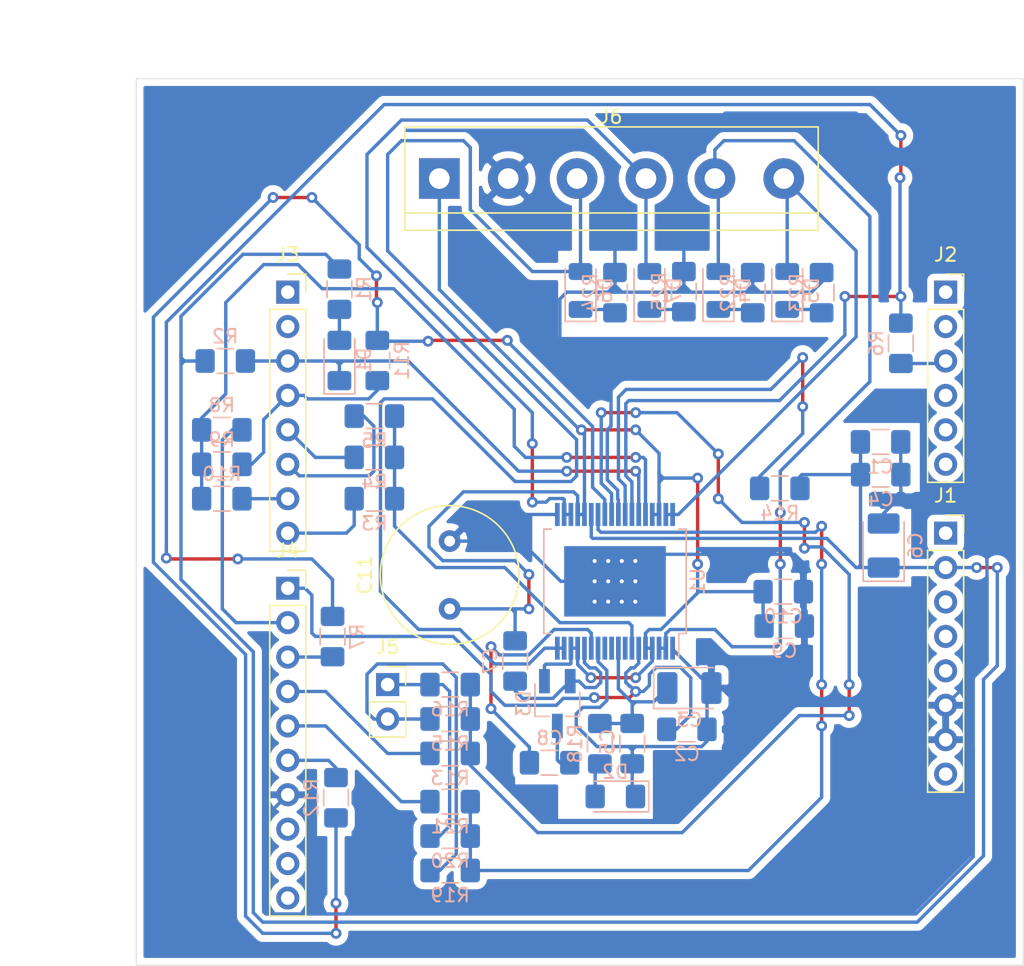
<source format=kicad_pcb>
(kicad_pcb (version 20171130) (host pcbnew "(5.1.5)-3")
  (layers (0 F.Cu signal) (31 B.Cu signal) (34 B.Paste user) (35 F.Paste user) (36 B.SilkS user) (37 F.SilkS user) (38 B.Mask user) (39 F.Mask user) (44 Edge.Cuts user))
  (net 0 "")
  (net 1 GND)
  (net 2 VDD)
  (net 3 "Net-(C2-Pad1)")
  (net 4 "Net-(C3-Pad1)")
  (net 5 "Net-(C7-Pad2)")
  (net 6 VS)
  (net 7 "Net-(C8-Pad2)")
  (net 8 "Net-(C8-Pad1)")
  (net 9 "Net-(D1-Pad2)")
  (net 10 "Net-(D1-Pad1)")
  (net 11 "Net-(D2-Pad2)")
  (net 12 "Net-(D4-Pad2)")
  (net 13 "Net-(D4-Pad1)")
  (net 14 "Net-(D5-Pad2)")
  (net 15 "Net-(D5-Pad1)")
  (net 16 "Net-(D6-Pad2)")
  (net 17 "Net-(D6-Pad1)")
  (net 18 "Net-(D7-Pad2)")
  (net 19 "Net-(D7-Pad1)")
  (net 20 "Net-(J1-Pad8)")
  (net 21 "Net-(J1-Pad5)")
  (net 22 "Net-(J1-Pad4)")
  (net 23 "Net-(J1-Pad3)")
  (net 24 "Net-(J1-Pad1)")
  (net 25 "Net-(J2-Pad6)")
  (net 26 "Net-(J2-Pad5)")
  (net 27 "Net-(J2-Pad4)")
  (net 28 "Net-(J2-Pad3)")
  (net 29 "Net-(J2-Pad2)")
  (net 30 "Net-(J2-Pad1)")
  (net 31 "Net-(J3-Pad8)")
  (net 32 "Net-(J3-Pad7)")
  (net 33 "Net-(J3-Pad6)")
  (net 34 "Net-(J3-Pad5)")
  (net 35 "Net-(J3-Pad4)")
  (net 36 "Net-(J3-Pad2)")
  (net 37 "Net-(J3-Pad1)")
  (net 38 "Net-(J4-Pad10)")
  (net 39 "Net-(J4-Pad9)")
  (net 40 "Net-(J4-Pad8)")
  (net 41 "Net-(J4-Pad6)")
  (net 42 "Net-(J4-Pad5)")
  (net 43 "Net-(J4-Pad4)")
  (net 44 "Net-(J4-Pad3)")
  (net 45 "Net-(J4-Pad2)")
  (net 46 "Net-(J5-Pad2)")
  (net 47 "Net-(J5-Pad1)")
  (net 48 "Net-(R3-Pad2)")
  (net 49 "Net-(R6-Pad1)")
  (net 50 "Net-(R10-Pad2)")
  (net 51 "Net-(R11-Pad2)")
  (net 52 "Net-(R13-Pad2)")
  (net 53 "Net-(R14-Pad1)")
  (net 54 "Net-(R19-Pad2)")
  (net 55 "Net-(U1-Pad8)")
  (net 56 "Net-(U1-Pad11)")
  (net 57 "Net-(U1-Pad10)")
  (module Resistor_SMD:R_1206_3216Metric_Pad1.42x1.75mm_HandSolder (layer B.Cu) (at 149.7584 107.4817 270)
    (fp_text reference R18 (at 0 1.82 90) (layer B.SilkS) (effects (justify mirror)))
    (fp_text value 330)
    (pad 2 smd roundrect (at 1.4875 0 270) (size 1.425 1.75) (layers B.Cu B.Paste B.Mask) (roundrect_rratio 0.175439) (net 11 "Net-(D2-Pad2)"))
    (pad 1 smd roundrect (at -1.4875 0 270) (size 1.425 1.75) (layers B.Cu B.Paste B.Mask) (roundrect_rratio 0.175439) (net 4 "Net-(C3-Pad1)"))
  )
  (module Resistor_SMD:R_1206_3216Metric_Pad1.42x1.75mm_HandSolder (layer B.Cu) (at 163.0315 88.646)
    (fp_text reference R14 (at 0 1.82) (layer B.SilkS) (effects (justify mirror)))
    (fp_text value 10k)
    (pad 2 smd roundrect (at 1.4875 0) (size 1.425 1.75) (layers B.Cu B.Paste B.Mask) (roundrect_rratio 0.175439) (net 2 VDD))
    (pad 1 smd roundrect (at -1.4875 0) (size 1.425 1.75) (layers B.Cu B.Paste B.Mask) (roundrect_rratio 0.175439) (net 53 "Net-(R14-Pad1)"))
  )
  (module Resistor_SMD:R_1206_3216Metric_Pad1.42x1.75mm_HandSolder (layer B.Cu) (at 130.302 111.4695 270)
    (fp_text reference R12 (at 0 1.82 90) (layer B.SilkS) (effects (justify mirror)))
    (fp_text value 0)
    (pad 2 smd roundrect (at 1.4875 0 270) (size 1.425 1.75) (layers B.Cu B.Paste B.Mask) (roundrect_rratio 0.175439) (net 51 "Net-(R11-Pad2)"))
    (pad 1 smd roundrect (at -1.4875 0 270) (size 1.425 1.75) (layers B.Cu B.Paste B.Mask) (roundrect_rratio 0.175439) (net 41 "Net-(J4-Pad6)"))
  )
  (module Resistor_SMD:R_1206_3216Metric_Pad1.42x1.75mm_HandSolder (layer B.Cu) (at 133.35 79.2115 90)
    (fp_text reference R11 (at 0 1.82 90) (layer B.SilkS) (effects (justify mirror)))
    (fp_text value NP)
    (pad 2 smd roundrect (at 1.4875 0 90) (size 1.425 1.75) (layers B.Cu B.Paste B.Mask) (roundrect_rratio 0.175439) (net 51 "Net-(R11-Pad2)"))
    (pad 1 smd roundrect (at -1.4875 0 90) (size 1.425 1.75) (layers B.Cu B.Paste B.Mask) (roundrect_rratio 0.175439) (net 35 "Net-(J3-Pad4)"))
  )
  (module Resistor_SMD:R_1206_3216Metric_Pad1.42x1.75mm_HandSolder (layer B.Cu) (at 130.048 99.5805 90)
    (fp_text reference R7 (at 0 1.82 90) (layer B.SilkS) (effects (justify mirror)))
    (fp_text value 0)
    (pad 2 smd roundrect (at 1.4875 0 90) (size 1.425 1.75) (layers B.Cu B.Paste B.Mask) (roundrect_rratio 0.175439) (net 49 "Net-(R6-Pad1)"))
    (pad 1 smd roundrect (at -1.4875 0 90) (size 1.425 1.75) (layers B.Cu B.Paste B.Mask) (roundrect_rratio 0.175439) (net 44 "Net-(J4-Pad3)"))
  )
  (module Resistor_SMD:R_1206_3216Metric_Pad1.42x1.75mm_HandSolder (layer B.Cu) (at 171.958 77.9415 270)
    (fp_text reference R6 (at 0 1.82 90) (layer B.SilkS) (effects (justify mirror)))
    (fp_text value NP)
    (pad 2 smd roundrect (at 1.4875 0 270) (size 1.425 1.75) (layers B.Cu B.Paste B.Mask) (roundrect_rratio 0.175439) (net 28 "Net-(J2-Pad3)"))
    (pad 1 smd roundrect (at -1.4875 0 270) (size 1.425 1.75) (layers B.Cu B.Paste B.Mask) (roundrect_rratio 0.175439) (net 49 "Net-(R6-Pad1)"))
  )
  (module Resistor_SMD:R_1206_3216Metric_Pad1.42x1.75mm_HandSolder (layer B.Cu) (at 122.1375 79.248 180)
    (fp_text reference R2 (at 0 1.82) (layer B.SilkS) (effects (justify mirror)))
    (fp_text value 10k)
    (pad 2 smd roundrect (at 1.4875 0 180) (size 1.425 1.75) (layers B.Cu B.Paste B.Mask) (roundrect_rratio 0.175439) (net 2 VDD))
    (pad 1 smd roundrect (at -1.4875 0 180) (size 1.425 1.75) (layers B.Cu B.Paste B.Mask) (roundrect_rratio 0.175439) (net 10 "Net-(D1-Pad1)"))
  )
  (module Resistor_SMD:R_1206_3216Metric_Pad1.42x1.75mm_HandSolder (layer B.Cu) (at 130.556 73.9505 90)
    (fp_text reference R1 (at 0 1.82 90) (layer B.SilkS) (effects (justify mirror)))
    (fp_text value 330)
    (pad 2 smd roundrect (at 1.4875 0 90) (size 1.425 1.75) (layers B.Cu B.Paste B.Mask) (roundrect_rratio 0.175439) (net 2 VDD))
    (pad 1 smd roundrect (at -1.4875 0 90) (size 1.425 1.75) (layers B.Cu B.Paste B.Mask) (roundrect_rratio 0.175439) (net 9 "Net-(D1-Pad2)"))
  )
  (module Diode_SMD:D_1206_3216Metric_Pad1.42x1.75mm_HandSolder (layer B.Cu) (at 150.903 111.379 180)
    (fp_text reference D2 (at 0 1.82) (layer B.SilkS) (effects (justify mirror)))
    (fp_text value LED)
    (pad 2 smd roundrect (at 1.4875 0 180) (size 1.425 1.75) (layers B.Cu B.Paste B.Mask) (roundrect_rratio 0.175439) (net 11 "Net-(D2-Pad2)"))
    (pad 1 smd roundrect (at -1.4875 0 180) (size 1.425 1.75) (layers B.Cu B.Paste B.Mask) (roundrect_rratio 0.175439) (net 1 GND))
  )
  (module Diode_SMD:D_1206_3216Metric_Pad1.42x1.75mm_HandSolder (layer B.Cu) (at 130.556 79.2115 90)
    (fp_text reference D1 (at 0 1.82 90) (layer B.SilkS) (effects (justify mirror)))
    (fp_text value LED)
    (pad 2 smd roundrect (at 1.4875 0 90) (size 1.425 1.75) (layers B.Cu B.Paste B.Mask) (roundrect_rratio 0.175439) (net 9 "Net-(D1-Pad2)"))
    (pad 1 smd roundrect (at -1.4875 0 90) (size 1.425 1.75) (layers B.Cu B.Paste B.Mask) (roundrect_rratio 0.175439) (net 10 "Net-(D1-Pad1)"))
  )
  (module Capacitor_SMD:C_1206_3216Metric_Pad1.42x1.75mm_HandSolder (layer B.Cu) (at 163.2855 96.266)
    (fp_text reference C10 (at 0 1.82) (layer B.SilkS) (effects (justify mirror)))
    (fp_text value 100nF)
    (pad 2 smd roundrect (at 1.4875 0) (size 1.425 1.75) (layers B.Cu B.Paste B.Mask) (roundrect_rratio 0.175439) (net 1 GND))
    (pad 1 smd roundrect (at -1.4875 0) (size 1.425 1.75) (layers B.Cu B.Paste B.Mask) (roundrect_rratio 0.175439) (net 6 VS))
  )
  (module Capacitor_SMD:C_1206_3216Metric_Pad1.42x1.75mm_HandSolder (layer B.Cu) (at 163.3585 98.806)
    (fp_text reference C9 (at 0 1.82) (layer B.SilkS) (effects (justify mirror)))
    (fp_text value 100nF)
    (pad 2 smd roundrect (at 1.4875 0) (size 1.425 1.75) (layers B.Cu B.Paste B.Mask) (roundrect_rratio 0.175439) (net 1 GND))
    (pad 1 smd roundrect (at -1.4875 0) (size 1.425 1.75) (layers B.Cu B.Paste B.Mask) (roundrect_rratio 0.175439) (net 6 VS))
  )
  (module Capacitor_SMD:C_1206_3216Metric_Pad1.42x1.75mm_HandSolder (layer B.Cu) (at 146.052 108.888 180)
    (fp_text reference C8 (at 0 1.82) (layer B.SilkS) (effects (justify mirror)))
    (fp_text value 10nF)
    (pad 2 smd roundrect (at 1.4875 0 180) (size 1.425 1.75) (layers B.Cu B.Paste B.Mask) (roundrect_rratio 0.175439) (net 7 "Net-(C8-Pad2)"))
    (pad 1 smd roundrect (at -1.4875 0 180) (size 1.425 1.75) (layers B.Cu B.Paste B.Mask) (roundrect_rratio 0.175439) (net 8 "Net-(C8-Pad1)"))
  )
  (module Capacitor_SMD:C_1206_3216Metric_Pad1.42x1.75mm_HandSolder (layer B.Cu) (at 143.51 101.3825 270)
    (fp_text reference C7 (at 0 1.82 90) (layer B.SilkS) (effects (justify mirror)))
    (fp_text value 220nF)
    (pad 2 smd roundrect (at 1.4875 0 270) (size 1.425 1.75) (layers B.Cu B.Paste B.Mask) (roundrect_rratio 0.175439) (net 5 "Net-(C7-Pad2)"))
    (pad 1 smd roundrect (at -1.4875 0 270) (size 1.425 1.75) (layers B.Cu B.Paste B.Mask) (roundrect_rratio 0.175439) (net 6 VS))
  )
  (module Capacitor_SMD:C_1206_3216Metric_Pad1.42x1.75mm_HandSolder (layer B.Cu) (at 152.146 107.4785 270)
    (fp_text reference C5 (at -0.127 1.82 90) (layer B.SilkS) (effects (justify mirror)))
    (fp_text value 100nF)
    (pad 2 smd roundrect (at 1.4875 0 270) (size 1.425 1.75) (layers B.Cu B.Paste B.Mask) (roundrect_rratio 0.175439) (net 1 GND))
    (pad 1 smd roundrect (at -1.4875 0 270) (size 1.425 1.75) (layers B.Cu B.Paste B.Mask) (roundrect_rratio 0.175439) (net 4 "Net-(C3-Pad1)"))
  )
  (module Capacitor_SMD:C_1206_3216Metric_Pad1.42x1.75mm_HandSolder (layer B.Cu) (at 170.4705 87.63)
    (fp_text reference C4 (at 0 1.82) (layer B.SilkS) (effects (justify mirror)))
    (fp_text value 100nF)
    (pad 2 smd roundrect (at 1.4875 0) (size 1.425 1.75) (layers B.Cu B.Paste B.Mask) (roundrect_rratio 0.175439) (net 1 GND))
    (pad 1 smd roundrect (at -1.4875 0) (size 1.425 1.75) (layers B.Cu B.Paste B.Mask) (roundrect_rratio 0.175439) (net 2 VDD))
  )
  (module Capacitor_SMD:C_1206_3216Metric_Pad1.42x1.75mm_HandSolder (layer B.Cu) (at 156.1735 106.426)
    (fp_text reference C2 (at 0 1.82) (layer B.SilkS) (effects (justify mirror)))
    (fp_text value 100nF)
    (pad 2 smd roundrect (at 1.4875 0) (size 1.425 1.75) (layers B.Cu B.Paste B.Mask) (roundrect_rratio 0.175439) (net 1 GND))
    (pad 1 smd roundrect (at -1.4875 0) (size 1.425 1.75) (layers B.Cu B.Paste B.Mask) (roundrect_rratio 0.175439) (net 3 "Net-(C2-Pad1)"))
  )
  (module Capacitor_SMD:C_1206_3216Metric_Pad1.42x1.75mm_HandSolder (layer B.Cu) (at 170.461 85.217)
    (fp_text reference C1 (at 0 1.82) (layer B.SilkS) (effects (justify mirror)))
    (fp_text value 3.3nF)
    (pad 2 smd roundrect (at 1.4875 0) (size 1.425 1.75) (layers B.Cu B.Paste B.Mask) (roundrect_rratio 0.175439) (net 1 GND))
    (pad 1 smd roundrect (at -1.4875 0) (size 1.425 1.75) (layers B.Cu B.Paste B.Mask) (roundrect_rratio 0.175439) (net 2 VDD))
  )
  (module Package_TO_SOT_SMD:SC-59_Handsoldering (layer B.Cu) (at 146.624 104.52 270)
    (fp_text reference D3 (at 0 2.5 90) (layer B.SilkS) (effects (justify mirror)))
    (fp_text value D_Schottky_x2_Serial_AKC)
    (pad 3 smd rect (at 1.65 0 270) (size 1.8 0.8) (layers B.Cu B.Paste B.Mask) (net 8 "Net-(C8-Pad1)"))
    (pad 2 smd rect (at -1.65 -0.95 270) (size 1.8 0.8) (layers B.Cu B.Paste B.Mask) (net 5 "Net-(C7-Pad2)"))
    (pad 1 smd rect (at -1.65 0.95 270) (size 1.8 0.8) (layers B.Cu B.Paste B.Mask) (net 6 VS))
  )
  (module Capacitor_Tantalum_SMD:CP_EIA-3528-12_Kemet-T_Pad1.50x2.35mm_HandSolder (layer B.Cu) (at 170.688 92.863 90)
    (fp_text reference C6 (at 0 2.35 90) (layer B.SilkS) (effects (justify mirror)))
    (fp_text value 10uF)
    (pad 2 smd roundrect (at 1.625 0 90) (size 1.5 2.35) (layers B.Cu B.Paste B.Mask) (roundrect_rratio 0.166667) (net 1 GND))
    (pad 1 smd roundrect (at -1.625 0 90) (size 1.5 2.35) (layers B.Cu B.Paste B.Mask) (roundrect_rratio 0.166667) (net 2 VDD))
  )
  (module Capacitor_Tantalum_SMD:CP_EIA-3528-12_Kemet-T_Pad1.50x2.35mm_HandSolder (layer B.Cu) (at 156.363 103.378)
    (fp_text reference C3 (at 0 2.35) (layer B.SilkS) (effects (justify mirror)))
    (fp_text value 47uF)
    (pad 2 smd roundrect (at 1.625 0) (size 1.5 2.35) (layers B.Cu B.Paste B.Mask) (roundrect_rratio 0.166667) (net 1 GND))
    (pad 1 smd roundrect (at -1.625 0) (size 1.5 2.35) (layers B.Cu B.Paste B.Mask) (roundrect_rratio 0.166667) (net 4 "Net-(C3-Pad1)"))
  )
  (module Package_SO:ST_PowerSSO-36_SlugDown_ThermalVias (layer B.Cu) (at 150.876 95.504 90)
    (fp_text reference U1 (at 0 6.1 90) (layer B.SilkS) (effects (justify mirror)))
    (fp_text value L6474PD)
    (pad 37 smd rect (at 0 0 90) (size 4.3 4.3) (layers F.Cu) (net 1 GND))
    (pad 37 thru_hole circle (at 1.5 -1.5 90) (size 0.6 0.6) (drill 0.3) (layers *.Cu) (net 1 GND))
    (pad 37 thru_hole circle (at 0 -1.5 90) (size 0.6 0.6) (drill 0.3) (layers *.Cu) (net 1 GND))
    (pad 37 thru_hole circle (at -1.5 -1.5 90) (size 0.6 0.6) (drill 0.3) (layers *.Cu) (net 1 GND))
    (pad 37 thru_hole circle (at 1.5 -0.5 90) (size 0.6 0.6) (drill 0.3) (layers *.Cu) (net 1 GND))
    (pad 37 thru_hole circle (at 0 -0.5 90) (size 0.6 0.6) (drill 0.3) (layers *.Cu) (net 1 GND))
    (pad 37 thru_hole circle (at -1.5 -0.5 90) (size 0.6 0.6) (drill 0.3) (layers *.Cu) (net 1 GND))
    (pad 37 thru_hole circle (at 1.5 0.5 90) (size 0.6 0.6) (drill 0.3) (layers *.Cu) (net 1 GND))
    (pad 37 thru_hole circle (at 0 0.5 90) (size 0.6 0.6) (drill 0.3) (layers *.Cu) (net 1 GND))
    (pad 37 thru_hole circle (at -1.5 0.5 90) (size 0.6 0.6) (drill 0.3) (layers *.Cu) (net 1 GND))
    (pad 37 thru_hole circle (at 1.5 1.5 90) (size 0.6 0.6) (drill 0.3) (layers *.Cu) (net 1 GND))
    (pad 37 thru_hole circle (at 0 1.5 90) (size 0.6 0.6) (drill 0.3) (layers *.Cu) (net 1 GND))
    (pad 37 thru_hole circle (at -1.5 1.5 90) (size 0.6 0.6) (drill 0.3) (layers *.Cu) (net 1 GND))
    (pad 37 smd rect (at 0 0 90) (size 5.2 7.5) (layers B.Cu B.Paste B.Mask) (net 1 GND))
    (pad 36 smd rect (at 4.9325 4.25 90) (size 1.7 0.35) (layers B.Cu B.Paste B.Mask) (net 14 "Net-(D5-Pad2)"))
    (pad 35 smd rect (at 4.9325 3.75 90) (size 1.7 0.35) (layers B.Cu B.Paste B.Mask) (net 14 "Net-(D5-Pad2)"))
    (pad 34 smd rect (at 4.9325 3.25 90) (size 1.7 0.35) (layers B.Cu B.Paste B.Mask) (net 6 VS))
    (pad 33 smd rect (at 4.9325 2.75 90) (size 1.7 0.35) (layers B.Cu B.Paste B.Mask) (net 6 VS))
    (pad 32 smd rect (at 4.9325 2.25 90) (size 1.7 0.35) (layers B.Cu B.Paste B.Mask) (net 50 "Net-(R10-Pad2)"))
    (pad 31 smd rect (at 4.9325 1.75 90) (size 1.7 0.35) (layers B.Cu B.Paste B.Mask) (net 10 "Net-(D1-Pad1)"))
    (pad 30 smd rect (at 4.9325 1.25 90) (size 1.7 0.35) (layers B.Cu B.Paste B.Mask) (net 49 "Net-(R6-Pad1)"))
    (pad 29 smd rect (at 4.9325 0.75 90) (size 1.7 0.35) (layers B.Cu B.Paste B.Mask) (net 53 "Net-(R14-Pad1)"))
    (pad 28 smd rect (at 4.9325 0.25 90) (size 1.7 0.35) (layers B.Cu B.Paste B.Mask) (net 1 GND))
    (pad 27 smd rect (at 4.9325 -0.25 90) (size 1.7 0.35) (layers B.Cu B.Paste B.Mask) (net 52 "Net-(R13-Pad2)"))
    (pad 26 smd rect (at 4.9325 -0.75 90) (size 1.7 0.35) (layers B.Cu B.Paste B.Mask) (net 51 "Net-(R11-Pad2)"))
    (pad 25 smd rect (at 4.9325 -1.25 90) (size 1.7 0.35) (layers B.Cu B.Paste B.Mask) (net 54 "Net-(R19-Pad2)"))
    (pad 24 smd rect (at 4.9325 -1.75 90) (size 1.7 0.35) (layers B.Cu B.Paste B.Mask) (net 2 VDD))
    (pad 23 smd rect (at 4.9325 -2.25 90) (size 1.7 0.35) (layers B.Cu B.Paste B.Mask) (net 6 VS))
    (pad 22 smd rect (at 4.9325 -2.75 90) (size 1.7 0.35) (layers B.Cu B.Paste B.Mask) (net 6 VS))
    (pad 21 smd rect (at 4.9325 -3.25 90) (size 1.7 0.35) (layers B.Cu B.Paste B.Mask) (net 18 "Net-(D7-Pad2)"))
    (pad 20 smd rect (at 4.9325 -3.75 90) (size 1.7 0.35) (layers B.Cu B.Paste B.Mask) (net 18 "Net-(D7-Pad2)"))
    (pad 19 smd rect (at 4.9325 -4.25 90) (size 1.7 0.35) (layers B.Cu B.Paste B.Mask) (net 1 GND))
    (pad 18 smd rect (at -4.9325 -4.25 90) (size 1.7 0.35) (layers B.Cu B.Paste B.Mask) (net 16 "Net-(D6-Pad2)"))
    (pad 17 smd rect (at -4.9325 -3.75 90) (size 1.7 0.35) (layers B.Cu B.Paste B.Mask) (net 16 "Net-(D6-Pad2)"))
    (pad 16 smd rect (at -4.9325 -3.25 90) (size 1.7 0.35) (layers B.Cu B.Paste B.Mask) (net 6 VS))
    (pad 15 smd rect (at -4.9325 -2.75 90) (size 1.7 0.35) (layers B.Cu B.Paste B.Mask) (net 6 VS))
    (pad 14 smd rect (at -4.9325 -2.25 90) (size 1.7 0.35) (layers B.Cu B.Paste B.Mask) (net 5 "Net-(C7-Pad2)"))
    (pad 13 smd rect (at -4.9325 -1.75 90) (size 1.7 0.35) (layers B.Cu B.Paste B.Mask) (net 7 "Net-(C8-Pad2)"))
    (pad 12 smd rect (at -4.9325 -1.25 90) (size 1.7 0.35) (layers B.Cu B.Paste B.Mask) (net 1 GND))
    (pad 11 smd rect (at -4.9325 -0.75 90) (size 1.7 0.35) (layers B.Cu B.Paste B.Mask) (net 56 "Net-(U1-Pad11)"))
    (pad 10 smd rect (at -4.9325 -0.25 90) (size 1.7 0.35) (layers B.Cu B.Paste B.Mask) (net 57 "Net-(U1-Pad10)"))
    (pad 9 smd rect (at -4.9325 0.25 90) (size 1.7 0.35) (layers B.Cu B.Paste B.Mask) (net 4 "Net-(C3-Pad1)"))
    (pad 8 smd rect (at -4.9325 0.75 90) (size 1.7 0.35) (layers B.Cu B.Paste B.Mask) (net 55 "Net-(U1-Pad8)"))
    (pad 7 smd rect (at -4.9325 1.25 90) (size 1.7 0.35) (layers B.Cu B.Paste B.Mask) (net 48 "Net-(R3-Pad2)"))
    (pad 6 smd rect (at -4.9325 1.75 90) (size 1.7 0.35) (layers B.Cu B.Paste B.Mask) (net 3 "Net-(C2-Pad1)"))
    (pad 5 smd rect (at -4.9325 2.25 90) (size 1.7 0.35) (layers B.Cu B.Paste B.Mask) (net 6 VS))
    (pad 4 smd rect (at -4.9325 2.75 90) (size 1.7 0.35) (layers B.Cu B.Paste B.Mask) (net 6 VS))
    (pad 3 smd rect (at -4.9325 3.25 90) (size 1.7 0.35) (layers B.Cu B.Paste B.Mask) (net 12 "Net-(D4-Pad2)"))
    (pad 2 smd rect (at -4.9325 3.75 90) (size 1.7 0.35) (layers B.Cu B.Paste B.Mask) (net 12 "Net-(D4-Pad2)"))
    (pad 1 smd rect (at -4.9325 4.25 90) (size 1.7 0.35) (layers B.Cu B.Paste B.Mask) (net 1 GND))
  )
  (module Resistor_SMD:R_1206_3216Metric_Pad1.42x1.75mm_HandSolder (layer B.Cu) (at 155.956 74.1315 270)
    (fp_text reference R25 (at 0 1.82 90) (layer B.SilkS) (effects (justify mirror)))
    (fp_text value 2.2k)
    (pad 2 smd roundrect (at 1.4875 0 270) (size 1.425 1.75) (layers B.Cu B.Paste B.Mask) (roundrect_rratio 0.175439) (net 19 "Net-(D7-Pad1)"))
    (pad 1 smd roundrect (at -1.4875 0 270) (size 1.425 1.75) (layers B.Cu B.Paste B.Mask) (roundrect_rratio 0.175439) (net 1 GND))
  )
  (module Resistor_SMD:R_1206_3216Metric_Pad1.42x1.75mm_HandSolder (layer B.Cu) (at 150.876 74.2045 270)
    (fp_text reference R24 (at 0 1.82 90) (layer B.SilkS) (effects (justify mirror)))
    (fp_text value 2.2k)
    (pad 2 smd roundrect (at 1.4875 0 270) (size 1.425 1.75) (layers B.Cu B.Paste B.Mask) (roundrect_rratio 0.175439) (net 17 "Net-(D6-Pad1)"))
    (pad 1 smd roundrect (at -1.4875 0 270) (size 1.425 1.75) (layers B.Cu B.Paste B.Mask) (roundrect_rratio 0.175439) (net 1 GND))
  )
  (module Resistor_SMD:R_1206_3216Metric_Pad1.42x1.75mm_HandSolder (layer B.Cu) (at 166.116 74.2045 270)
    (fp_text reference R23 (at 0 1.82 90) (layer B.SilkS) (effects (justify mirror)))
    (fp_text value 2.2k)
    (pad 2 smd roundrect (at 1.4875 0 270) (size 1.425 1.75) (layers B.Cu B.Paste B.Mask) (roundrect_rratio 0.175439) (net 15 "Net-(D5-Pad1)"))
    (pad 1 smd roundrect (at -1.4875 0 270) (size 1.425 1.75) (layers B.Cu B.Paste B.Mask) (roundrect_rratio 0.175439) (net 1 GND))
  )
  (module Resistor_SMD:R_1206_3216Metric_Pad1.42x1.75mm_HandSolder (layer B.Cu) (at 161.036 74.2045 270)
    (fp_text reference R22 (at 0 1.82 90) (layer B.SilkS) (effects (justify mirror)))
    (fp_text value 2.2k)
    (pad 2 smd roundrect (at 1.4875 0 270) (size 1.425 1.75) (layers B.Cu B.Paste B.Mask) (roundrect_rratio 0.175439) (net 13 "Net-(D4-Pad1)"))
    (pad 1 smd roundrect (at -1.4875 0 270) (size 1.425 1.75) (layers B.Cu B.Paste B.Mask) (roundrect_rratio 0.175439) (net 1 GND))
  )
  (module Resistor_SMD:R_1206_3216Metric_Pad1.42x1.75mm_HandSolder (layer B.Cu) (at 138.7205 111.76)
    (fp_text reference R21 (at 0 1.82) (layer B.SilkS) (effects (justify mirror)))
    (fp_text value 0)
    (pad 2 smd roundrect (at 1.4875 0) (size 1.425 1.75) (layers B.Cu B.Paste B.Mask) (roundrect_rratio 0.175439) (net 54 "Net-(R19-Pad2)"))
    (pad 1 smd roundrect (at -1.4875 0) (size 1.425 1.75) (layers B.Cu B.Paste B.Mask) (roundrect_rratio 0.175439) (net 42 "Net-(J4-Pad5)"))
  )
  (module Resistor_SMD:R_1206_3216Metric_Pad1.42x1.75mm_HandSolder (layer B.Cu) (at 138.7205 114.3)
    (fp_text reference R20 (at 0 1.82) (layer B.SilkS) (effects (justify mirror)))
    (fp_text value NP)
    (pad 2 smd roundrect (at 1.4875 0) (size 1.425 1.75) (layers B.Cu B.Paste B.Mask) (roundrect_rratio 0.175439) (net 54 "Net-(R19-Pad2)"))
    (pad 1 smd roundrect (at -1.4875 0) (size 1.425 1.75) (layers B.Cu B.Paste B.Mask) (roundrect_rratio 0.175439) (net 47 "Net-(J5-Pad1)"))
  )
  (module Resistor_SMD:R_1206_3216Metric_Pad1.42x1.75mm_HandSolder (layer B.Cu) (at 138.7205 116.84)
    (fp_text reference R19 (at 0 1.82) (layer B.SilkS) (effects (justify mirror)))
    (fp_text value NP)
    (pad 2 smd roundrect (at 1.4875 0) (size 1.425 1.75) (layers B.Cu B.Paste B.Mask) (roundrect_rratio 0.175439) (net 54 "Net-(R19-Pad2)"))
    (pad 1 smd roundrect (at -1.4875 0) (size 1.425 1.75) (layers B.Cu B.Paste B.Mask) (roundrect_rratio 0.175439) (net 46 "Net-(J5-Pad2)"))
  )
  (module Resistor_SMD:R_1206_3216Metric_Pad1.42x1.75mm_HandSolder (layer B.Cu) (at 138.7205 103.124)
    (fp_text reference R16 (at 0 1.82) (layer B.SilkS) (effects (justify mirror)))
    (fp_text value NP)
    (pad 2 smd roundrect (at 1.4875 0) (size 1.425 1.75) (layers B.Cu B.Paste B.Mask) (roundrect_rratio 0.175439) (net 52 "Net-(R13-Pad2)"))
    (pad 1 smd roundrect (at -1.4875 0) (size 1.425 1.75) (layers B.Cu B.Paste B.Mask) (roundrect_rratio 0.175439) (net 47 "Net-(J5-Pad1)"))
  )
  (module Resistor_SMD:R_1206_3216Metric_Pad1.42x1.75mm_HandSolder (layer B.Cu) (at 138.7205 105.664)
    (fp_text reference R15 (at 0 1.82) (layer B.SilkS) (effects (justify mirror)))
    (fp_text value NP)
    (pad 2 smd roundrect (at 1.4875 0) (size 1.425 1.75) (layers B.Cu B.Paste B.Mask) (roundrect_rratio 0.175439) (net 52 "Net-(R13-Pad2)"))
    (pad 1 smd roundrect (at -1.4875 0) (size 1.425 1.75) (layers B.Cu B.Paste B.Mask) (roundrect_rratio 0.175439) (net 46 "Net-(J5-Pad2)"))
  )
  (module Resistor_SMD:R_1206_3216Metric_Pad1.42x1.75mm_HandSolder (layer B.Cu) (at 138.7205 108.204)
    (fp_text reference R13 (at 0 1.82) (layer B.SilkS) (effects (justify mirror)))
    (fp_text value 0)
    (pad 2 smd roundrect (at 1.4875 0) (size 1.425 1.75) (layers B.Cu B.Paste B.Mask) (roundrect_rratio 0.175439) (net 52 "Net-(R13-Pad2)"))
    (pad 1 smd roundrect (at -1.4875 0) (size 1.425 1.75) (layers B.Cu B.Paste B.Mask) (roundrect_rratio 0.175439) (net 43 "Net-(J4-Pad4)"))
  )
  (module Resistor_SMD:R_1206_3216Metric_Pad1.42x1.75mm_HandSolder (layer B.Cu) (at 121.8835 89.408 180)
    (fp_text reference R10 (at 0 1.82) (layer B.SilkS) (effects (justify mirror)))
    (fp_text value NP)
    (pad 2 smd roundrect (at 1.4875 0 180) (size 1.425 1.75) (layers B.Cu B.Paste B.Mask) (roundrect_rratio 0.175439) (net 50 "Net-(R10-Pad2)"))
    (pad 1 smd roundrect (at -1.4875 0 180) (size 1.425 1.75) (layers B.Cu B.Paste B.Mask) (roundrect_rratio 0.175439) (net 32 "Net-(J3-Pad7)"))
  )
  (module Resistor_SMD:R_1206_3216Metric_Pad1.42x1.75mm_HandSolder (layer B.Cu) (at 121.8835 86.868 180)
    (fp_text reference R9 (at 0 1.82) (layer B.SilkS) (effects (justify mirror)))
    (fp_text value NP)
    (pad 2 smd roundrect (at 1.4875 0 180) (size 1.425 1.75) (layers B.Cu B.Paste B.Mask) (roundrect_rratio 0.175439) (net 50 "Net-(R10-Pad2)"))
    (pad 1 smd roundrect (at -1.4875 0 180) (size 1.425 1.75) (layers B.Cu B.Paste B.Mask) (roundrect_rratio 0.175439) (net 35 "Net-(J3-Pad4)"))
  )
  (module Resistor_SMD:R_1206_3216Metric_Pad1.42x1.75mm_HandSolder (layer B.Cu) (at 121.8835 84.328 180)
    (fp_text reference R8 (at 0 1.82) (layer B.SilkS) (effects (justify mirror)))
    (fp_text value 0)
    (pad 2 smd roundrect (at 1.4875 0 180) (size 1.425 1.75) (layers B.Cu B.Paste B.Mask) (roundrect_rratio 0.175439) (net 50 "Net-(R10-Pad2)"))
    (pad 1 smd roundrect (at -1.4875 0 180) (size 1.425 1.75) (layers B.Cu B.Paste B.Mask) (roundrect_rratio 0.175439) (net 45 "Net-(J4-Pad2)"))
  )
  (module Resistor_SMD:R_1206_3216Metric_Pad1.42x1.75mm_HandSolder (layer B.Cu) (at 133.1325 83.312)
    (fp_text reference R5 (at 0 1.82) (layer B.SilkS) (effects (justify mirror)))
    (fp_text value NP)
    (pad 2 smd roundrect (at 1.4875 0) (size 1.425 1.75) (layers B.Cu B.Paste B.Mask) (roundrect_rratio 0.175439) (net 48 "Net-(R3-Pad2)"))
    (pad 1 smd roundrect (at -1.4875 0) (size 1.425 1.75) (layers B.Cu B.Paste B.Mask) (roundrect_rratio 0.175439) (net 33 "Net-(J3-Pad6)"))
  )
  (module Resistor_SMD:R_1206_3216Metric_Pad1.42x1.75mm_HandSolder (layer B.Cu) (at 133.1325 86.36)
    (fp_text reference R4 (at 0 1.82) (layer B.SilkS) (effects (justify mirror)))
    (fp_text value NP)
    (pad 2 smd roundrect (at 1.4875 0) (size 1.425 1.75) (layers B.Cu B.Paste B.Mask) (roundrect_rratio 0.175439) (net 48 "Net-(R3-Pad2)"))
    (pad 1 smd roundrect (at -1.4875 0) (size 1.425 1.75) (layers B.Cu B.Paste B.Mask) (roundrect_rratio 0.175439) (net 34 "Net-(J3-Pad5)"))
  )
  (module Resistor_SMD:R_1206_3216Metric_Pad1.42x1.75mm_HandSolder (layer B.Cu) (at 133.1325 89.408)
    (fp_text reference R3 (at 0 1.82) (layer B.SilkS) (effects (justify mirror)))
    (fp_text value 0)
    (pad 2 smd roundrect (at 1.4875 0) (size 1.425 1.75) (layers B.Cu B.Paste B.Mask) (roundrect_rratio 0.175439) (net 48 "Net-(R3-Pad2)"))
    (pad 1 smd roundrect (at -1.4875 0) (size 1.425 1.75) (layers B.Cu B.Paste B.Mask) (roundrect_rratio 0.175439) (net 31 "Net-(J3-Pad8)"))
  )
  (module Diode_SMD:D_1206_3216Metric (layer B.Cu) (at 153.416 74.044 90)
    (fp_text reference D7 (at 0 1.82 90) (layer B.SilkS) (effects (justify mirror)))
    (fp_text value LED)
    (pad 2 smd roundrect (at 1.4 0 90) (size 1.25 1.75) (layers B.Cu B.Paste B.Mask) (roundrect_rratio 0.2) (net 18 "Net-(D7-Pad2)"))
    (pad 1 smd roundrect (at -1.4 0 90) (size 1.25 1.75) (layers B.Cu B.Paste B.Mask) (roundrect_rratio 0.2) (net 19 "Net-(D7-Pad1)"))
  )
  (module Diode_SMD:D_1206_3216Metric (layer B.Cu) (at 148.336 74.044 90)
    (fp_text reference D6 (at 0 1.82 90) (layer B.SilkS) (effects (justify mirror)))
    (fp_text value LED)
    (pad 2 smd roundrect (at 1.4 0 90) (size 1.25 1.75) (layers B.Cu B.Paste B.Mask) (roundrect_rratio 0.2) (net 16 "Net-(D6-Pad2)"))
    (pad 1 smd roundrect (at -1.4 0 90) (size 1.25 1.75) (layers B.Cu B.Paste B.Mask) (roundrect_rratio 0.2) (net 17 "Net-(D6-Pad1)"))
  )
  (module Diode_SMD:D_1206_3216Metric (layer B.Cu) (at 163.576 74.044 90)
    (fp_text reference D5 (at 0 1.82 90) (layer B.SilkS) (effects (justify mirror)))
    (fp_text value LED)
    (pad 2 smd roundrect (at 1.4 0 90) (size 1.25 1.75) (layers B.Cu B.Paste B.Mask) (roundrect_rratio 0.2) (net 14 "Net-(D5-Pad2)"))
    (pad 1 smd roundrect (at -1.4 0 90) (size 1.25 1.75) (layers B.Cu B.Paste B.Mask) (roundrect_rratio 0.2) (net 15 "Net-(D5-Pad1)"))
  )
  (module Diode_SMD:D_1206_3216Metric (layer B.Cu) (at 158.496 74.044 90)
    (fp_text reference D4 (at 0 1.82 90) (layer B.SilkS) (effects (justify mirror)))
    (fp_text value LED)
    (pad 2 smd roundrect (at 1.4 0 90) (size 1.25 1.75) (layers B.Cu B.Paste B.Mask) (roundrect_rratio 0.2) (net 12 "Net-(D4-Pad2)"))
    (pad 1 smd roundrect (at -1.4 0 90) (size 1.25 1.75) (layers B.Cu B.Paste B.Mask) (roundrect_rratio 0.2) (net 13 "Net-(D4-Pad1)"))
  )
  (module Capacitor_THT:C_Radial_D10.0mm_H20.0mm_P5.00mm (layer F.Cu) (at 138.684 97.536 90)
    (fp_text reference C11 (at 2.5 -6.25 90) (layer F.SilkS))
    (fp_text value "100uF 63V")
    (pad 2 thru_hole circle (at 5 0 90) (size 1.6 1.6) (drill 0.8) (layers *.Cu *.Mask) (net 1 GND))
    (pad 1 thru_hole circle (at 0 0 90) (size 1.6 1.6) (drill 0.8) (layers *.Cu *.Mask) (net 6 VS))
  )
  (module TerminalBlock:TerminalBlock_bornier-6_P5.08mm (layer F.Cu) (at 137.922 65.786)
    (fp_text reference J6 (at 12.65 -4.55) (layer F.SilkS))
    (fp_text value Screw_Terminal_01x06)
    (pad 6 thru_hole circle (at 25.4 0) (size 3 3) (drill 1.52) (layers *.Cu *.Mask) (net 14 "Net-(D5-Pad2)"))
    (pad 5 thru_hole circle (at 20.32 0) (size 3 3) (drill 1.52) (layers *.Cu *.Mask) (net 12 "Net-(D4-Pad2)"))
    (pad 4 thru_hole circle (at 15.24 0) (size 3 3) (drill 1.52) (layers *.Cu *.Mask) (net 18 "Net-(D7-Pad2)"))
    (pad 1 thru_hole rect (at 0 0) (size 3 3) (drill 1.52) (layers *.Cu *.Mask) (net 6 VS))
    (pad 3 thru_hole circle (at 10.16 0) (size 3 3) (drill 1.52) (layers *.Cu *.Mask) (net 16 "Net-(D6-Pad2)"))
    (pad 2 thru_hole circle (at 5.08 0) (size 3 3) (drill 1.52) (layers *.Cu *.Mask) (net 1 GND))
  )
  (module Connector_PinSocket_2.54mm:PinSocket_1x02_P2.54mm_Vertical (layer F.Cu) (at 134.112 103.124)
    (fp_text reference J5 (at 0 -2.77) (layer F.SilkS))
    (fp_text value Conn_01x02_Female)
    (pad 2 thru_hole oval (at 0 2.54) (size 1.7 1.7) (drill 1) (layers *.Cu *.Mask) (net 46 "Net-(J5-Pad2)"))
    (pad 1 thru_hole rect (at 0 0) (size 1.7 1.7) (drill 1) (layers *.Cu *.Mask) (net 47 "Net-(J5-Pad1)"))
  )
  (module Connector_PinSocket_2.54mm:PinSocket_1x10_P2.54mm_Vertical (layer F.Cu) (at 126.746 96.012)
    (fp_text reference J4 (at 0 -2.77) (layer F.SilkS))
    (fp_text value Conn_01x10_Female)
    (pad 10 thru_hole oval (at 0 22.86) (size 1.7 1.7) (drill 1) (layers *.Cu *.Mask) (net 38 "Net-(J4-Pad10)"))
    (pad 9 thru_hole oval (at 0 20.32) (size 1.7 1.7) (drill 1) (layers *.Cu *.Mask) (net 39 "Net-(J4-Pad9)"))
    (pad 8 thru_hole oval (at 0 17.78) (size 1.7 1.7) (drill 1) (layers *.Cu *.Mask) (net 40 "Net-(J4-Pad8)"))
    (pad 7 thru_hole oval (at 0 15.24) (size 1.7 1.7) (drill 1) (layers *.Cu *.Mask) (net 1 GND))
    (pad 6 thru_hole oval (at 0 12.7) (size 1.7 1.7) (drill 1) (layers *.Cu *.Mask) (net 41 "Net-(J4-Pad6)"))
    (pad 5 thru_hole oval (at 0 10.16) (size 1.7 1.7) (drill 1) (layers *.Cu *.Mask) (net 42 "Net-(J4-Pad5)"))
    (pad 4 thru_hole oval (at 0 7.62) (size 1.7 1.7) (drill 1) (layers *.Cu *.Mask) (net 43 "Net-(J4-Pad4)"))
    (pad 3 thru_hole oval (at 0 5.08) (size 1.7 1.7) (drill 1) (layers *.Cu *.Mask) (net 44 "Net-(J4-Pad3)"))
    (pad 2 thru_hole oval (at 0 2.54) (size 1.7 1.7) (drill 1) (layers *.Cu *.Mask) (net 45 "Net-(J4-Pad2)"))
    (pad 1 thru_hole rect (at 0 0) (size 1.7 1.7) (drill 1) (layers *.Cu *.Mask) (net 3 "Net-(C2-Pad1)"))
  )
  (module Connector_PinSocket_2.54mm:PinSocket_1x08_P2.54mm_Vertical (layer F.Cu) (at 126.746 74.168)
    (fp_text reference J3 (at 0 -2.77) (layer F.SilkS))
    (fp_text value Conn_01x08_Female)
    (pad 8 thru_hole oval (at 0 17.78) (size 1.7 1.7) (drill 1) (layers *.Cu *.Mask) (net 31 "Net-(J3-Pad8)"))
    (pad 7 thru_hole oval (at 0 15.24) (size 1.7 1.7) (drill 1) (layers *.Cu *.Mask) (net 32 "Net-(J3-Pad7)"))
    (pad 6 thru_hole oval (at 0 12.7) (size 1.7 1.7) (drill 1) (layers *.Cu *.Mask) (net 33 "Net-(J3-Pad6)"))
    (pad 5 thru_hole oval (at 0 10.16) (size 1.7 1.7) (drill 1) (layers *.Cu *.Mask) (net 34 "Net-(J3-Pad5)"))
    (pad 4 thru_hole oval (at 0 7.62) (size 1.7 1.7) (drill 1) (layers *.Cu *.Mask) (net 35 "Net-(J3-Pad4)"))
    (pad 3 thru_hole oval (at 0 5.08) (size 1.7 1.7) (drill 1) (layers *.Cu *.Mask) (net 10 "Net-(D1-Pad1)"))
    (pad 2 thru_hole oval (at 0 2.54) (size 1.7 1.7) (drill 1) (layers *.Cu *.Mask) (net 36 "Net-(J3-Pad2)"))
    (pad 1 thru_hole rect (at 0 0) (size 1.7 1.7) (drill 1) (layers *.Cu *.Mask) (net 37 "Net-(J3-Pad1)"))
  )
  (module Connector_PinSocket_2.54mm:PinSocket_1x06_P2.54mm_Vertical (layer F.Cu) (at 175.26 74.168)
    (fp_text reference J2 (at 0 -2.77) (layer F.SilkS))
    (fp_text value Conn_01x06_Female)
    (pad 6 thru_hole oval (at 0 12.7) (size 1.7 1.7) (drill 1) (layers *.Cu *.Mask) (net 25 "Net-(J2-Pad6)"))
    (pad 5 thru_hole oval (at 0 10.16) (size 1.7 1.7) (drill 1) (layers *.Cu *.Mask) (net 26 "Net-(J2-Pad5)"))
    (pad 4 thru_hole oval (at 0 7.62) (size 1.7 1.7) (drill 1) (layers *.Cu *.Mask) (net 27 "Net-(J2-Pad4)"))
    (pad 3 thru_hole oval (at 0 5.08) (size 1.7 1.7) (drill 1) (layers *.Cu *.Mask) (net 28 "Net-(J2-Pad3)"))
    (pad 2 thru_hole oval (at 0 2.54) (size 1.7 1.7) (drill 1) (layers *.Cu *.Mask) (net 29 "Net-(J2-Pad2)"))
    (pad 1 thru_hole rect (at 0 0) (size 1.7 1.7) (drill 1) (layers *.Cu *.Mask) (net 30 "Net-(J2-Pad1)"))
  )
  (module Connector_PinSocket_2.54mm:PinSocket_1x08_P2.54mm_Vertical (layer F.Cu) (at 175.26 91.948)
    (fp_text reference J1 (at 0 -2.77) (layer F.SilkS))
    (fp_text value Conn_01x08_Female)
    (pad 8 thru_hole oval (at 0 17.78) (size 1.7 1.7) (drill 1) (layers *.Cu *.Mask) (net 20 "Net-(J1-Pad8)"))
    (pad 7 thru_hole oval (at 0 15.24) (size 1.7 1.7) (drill 1) (layers *.Cu *.Mask) (net 1 GND))
    (pad 6 thru_hole oval (at 0 12.7) (size 1.7 1.7) (drill 1) (layers *.Cu *.Mask) (net 1 GND))
    (pad 5 thru_hole oval (at 0 10.16) (size 1.7 1.7) (drill 1) (layers *.Cu *.Mask) (net 21 "Net-(J1-Pad5)"))
    (pad 4 thru_hole oval (at 0 7.62) (size 1.7 1.7) (drill 1) (layers *.Cu *.Mask) (net 22 "Net-(J1-Pad4)"))
    (pad 3 thru_hole oval (at 0 5.08) (size 1.7 1.7) (drill 1) (layers *.Cu *.Mask) (net 23 "Net-(J1-Pad3)"))
    (pad 2 thru_hole oval (at 0 2.54) (size 1.7 1.7) (drill 1) (layers *.Cu *.Mask) (net 2 VDD))
    (pad 1 thru_hole rect (at 0 0) (size 1.7 1.7) (drill 1) (layers *.Cu *.Mask) (net 24 "Net-(J1-Pad1)"))
  )
  (gr_line (start 115.57 123.825) (end 115.57 58.42) (layer Edge.Cuts) (width 0.05))
  (gr_line (start 180.975 123.825) (end 115.57 123.825) (layer Edge.Cuts) (width 0.05))
  (gr_line (start 180.975 58.42) (end 180.975 123.825) (layer Edge.Cuts) (width 0.05))
  (gr_line (start 115.57 58.42) (end 180.975 58.42) (layer Edge.Cuts) (width 0.05))
  (segment (start 175.26 107.188) (end 175.26 104.648) (width 0.25) (layer B.Cu) (net 1))
  (segment (start 166.116 73.4295) (end 165.3775 74.168) (width 0.25) (layer B.Cu) (net 1))
  (segment (start 166.116 72.717) (end 166.116 73.4295) (width 0.25) (layer B.Cu) (net 1))
  (segment (start 150.876 73.4295) (end 150.876 72.717) (width 0.25) (layer B.Cu) (net 1))
  (segment (start 155.956 72.644) (end 155.956 73.3565) (width 0.25) (layer B.Cu) (net 1))
  (segment (start 155.956 74.168) (end 151.6145 74.168) (width 0.25) (layer B.Cu) (net 1))
  (segment (start 161.036 72.717) (end 161.036 74.168) (width 0.25) (layer B.Cu) (net 1))
  (segment (start 155.956 73.66) (end 155.956 74.168) (width 0.25) (layer B.Cu) (net 1))
  (segment (start 155.956 73.3565) (end 155.956 73.66) (width 0.25) (layer B.Cu) (net 1))
  (segment (start 156.464 74.168) (end 155.956 74.168) (width 0.25) (layer B.Cu) (net 1))
  (segment (start 155.956 74.168) (end 155.702 73.914) (width 0.25) (layer B.Cu) (net 1))
  (segment (start 155.448 74.168) (end 155.702 73.914) (width 0.25) (layer B.Cu) (net 1))
  (segment (start 155.702 73.914) (end 155.956 73.66) (width 0.25) (layer B.Cu) (net 1))
  (segment (start 155.956 74.168) (end 156.21 73.914) (width 0.25) (layer B.Cu) (net 1))
  (segment (start 155.956 73.66) (end 156.21 73.914) (width 0.25) (layer B.Cu) (net 1))
  (segment (start 156.21 73.914) (end 156.464 74.168) (width 0.25) (layer B.Cu) (net 1))
  (segment (start 160.528 74.168) (end 156.464 74.168) (width 0.25) (layer B.Cu) (net 1))
  (segment (start 161.036 74.168) (end 160.528 74.168) (width 0.25) (layer B.Cu) (net 1))
  (segment (start 165.3775 74.168) (end 161.544 74.168) (width 0.25) (layer B.Cu) (net 1))
  (segment (start 161.544 74.168) (end 161.036 74.168) (width 0.25) (layer B.Cu) (net 1))
  (segment (start 161.036 74.168) (end 160.782 73.914) (width 0.25) (layer B.Cu) (net 1))
  (segment (start 160.528 74.168) (end 160.782 73.914) (width 0.25) (layer B.Cu) (net 1))
  (segment (start 160.782 73.914) (end 161.036 73.66) (width 0.25) (layer B.Cu) (net 1))
  (segment (start 161.036 74.168) (end 161.29 73.914) (width 0.25) (layer B.Cu) (net 1))
  (segment (start 161.036 73.66) (end 161.29 73.914) (width 0.25) (layer B.Cu) (net 1))
  (segment (start 161.29 73.914) (end 161.544 74.168) (width 0.25) (layer B.Cu) (net 1))
  (segment (start 149.352 63.5) (end 145.288 63.5) (width 0.25) (layer B.Cu) (net 1))
  (segment (start 150.876 72.717) (end 150.876 65.024) (width 0.25) (layer B.Cu) (net 1))
  (segment (start 145.288 63.5) (end 143.002 65.786) (width 0.25) (layer B.Cu) (net 1))
  (segment (start 150.876 65.024) (end 149.352 63.5) (width 0.25) (layer B.Cu) (net 1))
  (segment (start 140.6485 90.5715) (end 146.626 90.5715) (width 0.25) (layer B.Cu) (net 1))
  (segment (start 138.684 92.536) (end 140.6485 90.5715) (width 0.25) (layer B.Cu) (net 1))
  (segment (start 150.876 73.66) (end 150.876 74.168) (width 0.25) (layer B.Cu) (net 1))
  (segment (start 150.876 72.717) (end 150.876 73.66) (width 0.25) (layer B.Cu) (net 1))
  (segment (start 150.368 74.168) (end 150.876 74.168) (width 0.25) (layer B.Cu) (net 1))
  (segment (start 150.876 74.168) (end 151.384 74.168) (width 0.25) (layer B.Cu) (net 1))
  (segment (start 151.384 74.168) (end 151.6145 74.168) (width 0.25) (layer B.Cu) (net 1))
  (segment (start 150.876 74.168) (end 150.622 73.914) (width 0.25) (layer B.Cu) (net 1))
  (segment (start 150.368 74.168) (end 150.622 73.914) (width 0.25) (layer B.Cu) (net 1))
  (segment (start 150.622 73.914) (end 150.876 73.66) (width 0.25) (layer B.Cu) (net 1))
  (segment (start 150.876 74.168) (end 151.13 73.914) (width 0.25) (layer B.Cu) (net 1))
  (segment (start 150.876 73.66) (end 151.13 73.914) (width 0.25) (layer B.Cu) (net 1))
  (segment (start 151.13 73.914) (end 151.384 74.168) (width 0.25) (layer B.Cu) (net 1))
  (segment (start 143.908 92.536) (end 139.81537 92.536) (width 0.25) (layer B.Cu) (net 1))
  (segment (start 146.876 95.504) (end 143.908 92.536) (width 0.25) (layer B.Cu) (net 1))
  (segment (start 139.81537 92.536) (end 138.684 92.536) (width 0.25) (layer B.Cu) (net 1))
  (segment (start 150.876 95.504) (end 146.876 95.504) (width 0.25) (layer B.Cu) (net 1))
  (segment (start 176.784 107.188) (end 175.26 107.188) (width 0.25) (layer B.Cu) (net 1))
  (segment (start 177.292 115.824) (end 177.292 107.696) (width 0.25) (layer B.Cu) (net 1))
  (segment (start 124.968 113.03) (end 124.968 119.888) (width 0.25) (layer B.Cu) (net 1))
  (segment (start 177.292 107.696) (end 176.784 107.188) (width 0.25) (layer B.Cu) (net 1))
  (segment (start 126.746 111.252) (end 124.968 113.03) (width 0.25) (layer B.Cu) (net 1))
  (segment (start 124.968 119.888) (end 125.127001 120.047001) (width 0.25) (layer B.Cu) (net 1))
  (segment (start 173.068999 120.047001) (end 177.292 115.824) (width 0.25) (layer B.Cu) (net 1))
  (segment (start 125.127001 120.047001) (end 173.068999 120.047001) (width 0.25) (layer B.Cu) (net 1))
  (segment (start 175.26 104.648) (end 178.308 101.6) (width 0.25) (layer B.Cu) (net 1))
  (segment (start 178.308 70.612) (end 168.656 60.96) (width 0.25) (layer B.Cu) (net 1))
  (segment (start 168.656 60.96) (end 159.004 60.96) (width 0.25) (layer B.Cu) (net 1))
  (segment (start 155.956 64.008) (end 155.956 72.644) (width 0.25) (layer B.Cu) (net 1))
  (segment (start 159.004 60.96) (end 155.956 64.008) (width 0.25) (layer B.Cu) (net 1))
  (segment (start 164.592 104.648) (end 164.338 104.648) (width 0.25) (layer B.Cu) (net 1))
  (segment (start 164.846 104.648) (end 164.592 104.648) (width 0.25) (layer B.Cu) (net 1))
  (segment (start 155.126 100.516) (end 155.126 100.4365) (width 0.25) (layer B.Cu) (net 1))
  (segment (start 157.988 103.378) (end 155.126 100.516) (width 0.25) (layer B.Cu) (net 1))
  (segment (start 160.008 104.648) (end 164.338 104.648) (width 0.25) (layer B.Cu) (net 1))
  (segment (start 158.738 103.378) (end 160.008 104.648) (width 0.25) (layer B.Cu) (net 1))
  (segment (start 157.988 103.378) (end 158.738 103.378) (width 0.25) (layer B.Cu) (net 1))
  (segment (start 170.688 90.488) (end 171.768 89.408) (width 0.25) (layer B.Cu) (net 1))
  (segment (start 170.688 91.238) (end 170.688 90.488) (width 0.25) (layer B.Cu) (net 1))
  (segment (start 178.054 89.408) (end 178.308 89.154) (width 0.25) (layer B.Cu) (net 1))
  (segment (start 178.308 89.408) (end 178.308 89.154) (width 0.25) (layer B.Cu) (net 1))
  (segment (start 178.054 89.408) (end 178.308 89.408) (width 0.25) (layer B.Cu) (net 1))
  (segment (start 178.308 89.154) (end 178.308 70.612) (width 0.25) (layer B.Cu) (net 1))
  (segment (start 178.054 89.408) (end 178.308 89.662) (width 0.25) (layer B.Cu) (net 1))
  (segment (start 178.308 101.6) (end 178.308 89.662) (width 0.25) (layer B.Cu) (net 1))
  (segment (start 178.308 89.662) (end 178.308 89.408) (width 0.25) (layer B.Cu) (net 1))
  (segment (start 164.773 94.161) (end 164.773 96.266) (width 0.25) (layer B.Cu) (net 1))
  (segment (start 164.120999 93.508999) (end 164.773 94.161) (width 0.25) (layer B.Cu) (net 1))
  (segment (start 150.876 95.504) (end 152.871001 93.508999) (width 0.25) (layer B.Cu) (net 1))
  (segment (start 152.871001 93.508999) (end 164.120999 93.508999) (width 0.25) (layer B.Cu) (net 1))
  (segment (start 164.773 104.575) (end 164.846 104.648) (width 0.25) (layer B.Cu) (net 1))
  (segment (start 164.773 104.467) (end 164.592 104.648) (width 0.25) (layer B.Cu) (net 1))
  (segment (start 164.773 104.321) (end 164.773 104.575) (width 0.25) (layer B.Cu) (net 1))
  (segment (start 164.773 104.321) (end 164.773 104.467) (width 0.25) (layer B.Cu) (net 1))
  (segment (start 164.773 96.266) (end 164.773 104.321) (width 0.25) (layer B.Cu) (net 1))
  (segment (start 164.954 104.648) (end 164.773 104.467) (width 0.25) (layer B.Cu) (net 1))
  (segment (start 165.1 104.648) (end 164.954 104.648) (width 0.25) (layer B.Cu) (net 1))
  (segment (start 165.1 104.648) (end 164.846 104.648) (width 0.25) (layer B.Cu) (net 1))
  (segment (start 175.26 104.648) (end 165.1 104.648) (width 0.25) (layer B.Cu) (net 1))
  (segment (start 149.626 100.4365) (end 149.626 101.434588) (width 0.25) (layer B.Cu) (net 1))
  (segment (start 149.626 101.434588) (end 150.273011 102.081599) (width 0.25) (layer B.Cu) (net 1))
  (segment (start 157.266 107.696) (end 157.661 107.301) (width 0.25) (layer B.Cu) (net 1))
  (segment (start 157.661 107.301) (end 157.661 106.426) (width 0.25) (layer B.Cu) (net 1))
  (segment (start 157.661 103.705) (end 157.988 103.378) (width 0.25) (layer B.Cu) (net 1))
  (segment (start 157.661 106.426) (end 157.661 103.705) (width 0.25) (layer B.Cu) (net 1))
  (segment (start 152.146 108.966) (end 152.146 108.2535) (width 0.25) (layer B.Cu) (net 1))
  (segment (start 152.146 107.95) (end 152.146 107.696) (width 0.25) (layer B.Cu) (net 1))
  (segment (start 152.146 108.2535) (end 152.146 107.95) (width 0.25) (layer B.Cu) (net 1))
  (segment (start 151.892 107.696) (end 152.146 107.696) (width 0.25) (layer B.Cu) (net 1))
  (segment (start 151.892 107.696) (end 152.146 107.95) (width 0.25) (layer B.Cu) (net 1))
  (segment (start 151.638 107.696) (end 151.892 107.696) (width 0.25) (layer B.Cu) (net 1))
  (segment (start 152.146 107.95) (end 152.4 107.696) (width 0.25) (layer B.Cu) (net 1))
  (segment (start 152.146 107.696) (end 152.4 107.696) (width 0.25) (layer B.Cu) (net 1))
  (segment (start 152.4 107.696) (end 157.266 107.696) (width 0.25) (layer B.Cu) (net 1))
  (segment (start 171.768 89.408) (end 171.958 89.408) (width 0.25) (layer B.Cu) (net 1))
  (segment (start 171.958 89.218) (end 171.768 89.408) (width 0.25) (layer B.Cu) (net 1))
  (segment (start 171.958 89.154) (end 171.958 89.218) (width 0.25) (layer B.Cu) (net 1))
  (segment (start 171.958 89.154) (end 171.958 89.408) (width 0.25) (layer B.Cu) (net 1))
  (segment (start 171.958 87.63) (end 171.958 89.154) (width 0.25) (layer B.Cu) (net 1))
  (segment (start 171.958 89.154) (end 172.212 89.408) (width 0.25) (layer B.Cu) (net 1))
  (segment (start 171.958 89.408) (end 172.212 89.408) (width 0.25) (layer B.Cu) (net 1))
  (segment (start 172.212 89.408) (end 178.054 89.408) (width 0.25) (layer B.Cu) (net 1))
  (segment (start 171.9485 87.6205) (end 171.958 87.63) (width 0.25) (layer B.Cu) (net 1))
  (segment (start 171.9485 85.217) (end 171.9485 87.6205) (width 0.25) (layer B.Cu) (net 1))
  (segment (start 150.273011 102.081599) (end 150.273011 104.291991) (width 0.25) (layer B.Cu) (net 1))
  (segment (start 149.763501 104.801501) (end 148.499999 104.801501) (width 0.25) (layer B.Cu) (net 1))
  (segment (start 150.273011 104.291991) (end 149.763501 104.801501) (width 0.25) (layer B.Cu) (net 1))
  (segment (start 148.499999 104.801501) (end 148.0185 105.283) (width 0.25) (layer B.Cu) (net 1))
  (segment (start 149.55951 107.696) (end 151.638 107.696) (width 0.25) (layer B.Cu) (net 1))
  (segment (start 148.0185 106.15499) (end 149.55951 107.696) (width 0.25) (layer B.Cu) (net 1))
  (segment (start 148.0185 105.283) (end 148.0185 106.15499) (width 0.25) (layer B.Cu) (net 1))
  (segment (start 152.146 111.1345) (end 152.3905 111.379) (width 0.25) (layer B.Cu) (net 1))
  (segment (start 152.146 108.966) (end 152.146 111.1345) (width 0.25) (layer B.Cu) (net 1))
  (segment (start 146.812 74.676) (end 147.32 74.168) (width 0.25) (layer B.Cu) (net 1))
  (segment (start 150.31001 84.32249) (end 150.585001 84.047499) (width 0.25) (layer B.Cu) (net 1))
  (segment (start 146.812 77.597) (end 146.812 74.676) (width 0.25) (layer B.Cu) (net 1))
  (segment (start 151.126 90.5715) (end 151.126 89.4715) (width 0.25) (layer B.Cu) (net 1))
  (segment (start 151.07601 89.42151) (end 151.07601 88.78251) (width 0.25) (layer B.Cu) (net 1))
  (segment (start 151.07601 88.78251) (end 150.31001 88.01651) (width 0.25) (layer B.Cu) (net 1))
  (segment (start 150.585001 81.370001) (end 146.812 77.597) (width 0.25) (layer B.Cu) (net 1))
  (segment (start 151.126 89.4715) (end 151.07601 89.42151) (width 0.25) (layer B.Cu) (net 1))
  (segment (start 147.32 74.168) (end 150.368 74.168) (width 0.25) (layer B.Cu) (net 1))
  (segment (start 150.585001 84.047499) (end 150.585001 81.370001) (width 0.25) (layer B.Cu) (net 1))
  (segment (start 150.31001 88.01651) (end 150.31001 84.32249) (width 0.25) (layer B.Cu) (net 1))
  (segment (start 166.501804 92.333804) (end 149.229804 92.333804) (width 0.25) (layer B.Cu) (net 2))
  (segment (start 168.656 94.488) (end 166.501804 92.333804) (width 0.25) (layer B.Cu) (net 2))
  (segment (start 149.126 92.23) (end 149.126 90.5715) (width 0.25) (layer B.Cu) (net 2))
  (segment (start 149.229804 92.333804) (end 149.126 92.23) (width 0.25) (layer B.Cu) (net 2))
  (segment (start 171.863 94.488) (end 175.26 94.488) (width 0.25) (layer B.Cu) (net 2))
  (segment (start 170.688 94.488) (end 171.863 94.488) (width 0.25) (layer B.Cu) (net 2))
  (segment (start 168.983 94.307) (end 168.983 87.63) (width 0.25) (layer B.Cu) (net 2))
  (segment (start 169.164 94.488) (end 168.983 94.307) (width 0.25) (layer B.Cu) (net 2))
  (segment (start 169.164 94.488) (end 170.688 94.488) (width 0.25) (layer B.Cu) (net 2))
  (segment (start 168.656 94.488) (end 169.164 94.488) (width 0.25) (layer B.Cu) (net 2))
  (segment (start 168.802 94.488) (end 168.983 94.307) (width 0.25) (layer B.Cu) (net 2))
  (segment (start 168.656 94.488) (end 168.802 94.488) (width 0.25) (layer B.Cu) (net 2))
  (segment (start 168.983 85.2265) (end 168.9735 85.217) (width 0.25) (layer B.Cu) (net 2))
  (segment (start 168.983 87.63) (end 168.983 85.2265) (width 0.25) (layer B.Cu) (net 2))
  (segment (start 130.556 72.39) (end 129.54 71.374) (width 0.25) (layer B.Cu) (net 2))
  (segment (start 129.54 71.374) (end 123.444 71.374) (width 0.25) (layer B.Cu) (net 2))
  (segment (start 130.556 72.463) (end 130.556 72.39) (width 0.25) (layer B.Cu) (net 2))
  (segment (start 123.444 71.374) (end 118.872 75.946) (width 0.25) (layer B.Cu) (net 2))
  (segment (start 118.872 78.994) (end 119.126 79.248) (width 0.25) (layer B.Cu) (net 2))
  (segment (start 118.872 78.74) (end 118.872 78.994) (width 0.25) (layer B.Cu) (net 2))
  (segment (start 118.872 75.946) (end 118.872 78.74) (width 0.25) (layer B.Cu) (net 2))
  (segment (start 118.872 78.74) (end 118.872 79.248) (width 0.25) (layer B.Cu) (net 2))
  (segment (start 119.126 79.248) (end 118.872 79.248) (width 0.25) (layer B.Cu) (net 2))
  (segment (start 120.65 79.248) (end 119.126 79.248) (width 0.25) (layer B.Cu) (net 2))
  (segment (start 118.872 79.502) (end 119.126 79.248) (width 0.25) (layer B.Cu) (net 2))
  (segment (start 118.872 79.248) (end 118.872 79.502) (width 0.25) (layer B.Cu) (net 2))
  (segment (start 164.519 87.771) (end 164.519 88.646) (width 0.25) (layer B.Cu) (net 2))
  (segment (start 164.66 87.63) (end 164.519 87.771) (width 0.25) (layer B.Cu) (net 2))
  (segment (start 168.983 87.63) (end 164.66 87.63) (width 0.25) (layer B.Cu) (net 2))
  (via (at 177.546 94.488) (size 0.8) (drill 0.4) (layers F.Cu B.Cu) (net 2))
  (segment (start 175.26 94.488) (end 177.546 94.488) (width 0.25) (layer B.Cu) (net 2))
  (segment (start 177.546 94.488) (end 179.07 94.488) (width 0.25) (layer F.Cu) (net 2))
  (via (at 179.07 94.488) (size 0.8) (drill 0.4) (layers F.Cu B.Cu) (net 2))
  (segment (start 178.054 102.743) (end 179.07 101.727) (width 0.25) (layer B.Cu) (net 2))
  (segment (start 178.054 115.7605) (end 178.054 102.743) (width 0.25) (layer B.Cu) (net 2))
  (segment (start 179.07 101.727) (end 179.07 94.488) (width 0.25) (layer B.Cu) (net 2))
  (segment (start 173.1645 120.65) (end 178.054 115.7605) (width 0.25) (layer B.Cu) (net 2))
  (segment (start 118.872 79.502) (end 118.872 95.377) (width 0.25) (layer B.Cu) (net 2))
  (segment (start 124.206 119.9515) (end 124.9045 120.65) (width 0.25) (layer B.Cu) (net 2))
  (segment (start 124.206 100.711) (end 124.206 119.9515) (width 0.25) (layer B.Cu) (net 2))
  (segment (start 118.872 95.377) (end 124.206 100.711) (width 0.25) (layer B.Cu) (net 2))
  (segment (start 124.9045 120.65) (end 173.1645 120.65) (width 0.25) (layer B.Cu) (net 2))
  (via (at 152.4 103.632) (size 0.8) (drill 0.4) (layers F.Cu B.Cu) (net 3))
  (segment (start 152.4 103.632) (end 152.000001 103.232001) (width 0.25) (layer B.Cu) (net 3))
  (segment (start 151.674999 102.964001) (end 151.9715 103.260502) (width 0.25) (layer B.Cu) (net 3))
  (segment (start 152.626001 101.546501) (end 152.281503 101.890999) (width 0.25) (layer B.Cu) (net 3))
  (segment (start 152.051999 101.890999) (end 151.674999 102.267999) (width 0.25) (layer B.Cu) (net 3))
  (segment (start 152.626 100.4365) (end 152.626001 101.546501) (width 0.25) (layer B.Cu) (net 3))
  (segment (start 152.281503 101.890999) (end 152.051999 101.890999) (width 0.25) (layer B.Cu) (net 3))
  (segment (start 151.674999 102.267999) (end 151.674999 102.964001) (width 0.25) (layer B.Cu) (net 3))
  (segment (start 155.3985 106.426) (end 154.686 106.426) (width 0.25) (layer B.Cu) (net 3))
  (segment (start 156.464 102.616) (end 156.464 105.3605) (width 0.25) (layer B.Cu) (net 3))
  (segment (start 155.702 101.854) (end 156.464 102.616) (width 0.25) (layer B.Cu) (net 3))
  (segment (start 156.464 105.3605) (end 155.3985 106.426) (width 0.25) (layer B.Cu) (net 3))
  (segment (start 152.965685 103.632) (end 153.416 103.181685) (width 0.25) (layer B.Cu) (net 3))
  (segment (start 153.416 103.181685) (end 153.416 102.362) (width 0.25) (layer B.Cu) (net 3))
  (segment (start 153.924 101.854) (end 155.702 101.854) (width 0.25) (layer B.Cu) (net 3))
  (segment (start 152.4 103.632) (end 152.965685 103.632) (width 0.25) (layer B.Cu) (net 3))
  (segment (start 153.416 102.362) (end 153.924 101.854) (width 0.25) (layer B.Cu) (net 3))
  (via (at 149.352 104.0765) (size 0.8) (drill 0.4) (layers F.Cu B.Cu) (net 3))
  (segment (start 151.9555 104.0765) (end 152.4 103.632) (width 0.25) (layer F.Cu) (net 3))
  (segment (start 149.352 104.0765) (end 151.9555 104.0765) (width 0.25) (layer F.Cu) (net 3))
  (segment (start 128.778 99.568) (end 138.938 99.568) (width 0.25) (layer B.Cu) (net 3))
  (segment (start 126.746 96.012) (end 128.016 96.012) (width 0.25) (layer B.Cu) (net 3))
  (segment (start 147.066 104.14) (end 149.2885 104.14) (width 0.25) (layer B.Cu) (net 3))
  (segment (start 128.524 99.314) (end 128.778 99.568) (width 0.25) (layer B.Cu) (net 3))
  (segment (start 128.016 96.012) (end 128.524 96.52) (width 0.25) (layer B.Cu) (net 3))
  (segment (start 149.2885 104.14) (end 149.352 104.0765) (width 0.25) (layer B.Cu) (net 3))
  (segment (start 138.938 99.568) (end 141.732 102.362) (width 0.25) (layer B.Cu) (net 3))
  (segment (start 141.732 102.362) (end 141.732 103.632) (width 0.25) (layer B.Cu) (net 3))
  (segment (start 141.732 103.632) (end 142.748 104.648) (width 0.25) (layer B.Cu) (net 3))
  (segment (start 142.748 104.648) (end 146.558 104.648) (width 0.25) (layer B.Cu) (net 3))
  (segment (start 128.524 96.52) (end 128.524 99.314) (width 0.25) (layer B.Cu) (net 3))
  (segment (start 146.558 104.648) (end 147.066 104.14) (width 0.25) (layer B.Cu) (net 3))
  (segment (start 151.126 103.431002) (end 152.088998 104.394) (width 0.25) (layer B.Cu) (net 4))
  (segment (start 151.126 100.4365) (end 151.126 103.431002) (width 0.25) (layer B.Cu) (net 4))
  (segment (start 153.722 104.394) (end 154.738 103.378) (width 0.25) (layer B.Cu) (net 4))
  (segment (start 152.146 105.991) (end 152.146 105.2785) (width 0.25) (layer B.Cu) (net 4))
  (segment (start 152.088998 104.394) (end 152.146 104.394) (width 0.25) (layer B.Cu) (net 4))
  (segment (start 152.146 104.648) (end 152.4 104.394) (width 0.25) (layer B.Cu) (net 4))
  (segment (start 152.4 104.394) (end 153.722 104.394) (width 0.25) (layer B.Cu) (net 4))
  (segment (start 152.146 104.648) (end 152.146 104.394) (width 0.25) (layer B.Cu) (net 4))
  (segment (start 152.146 104.394) (end 152.4 104.394) (width 0.25) (layer B.Cu) (net 4))
  (segment (start 152.146 105.2785) (end 152.146 104.648) (width 0.25) (layer B.Cu) (net 4))
  (segment (start 152.1428 105.9942) (end 152.146 105.991) (width 0.25) (layer B.Cu) (net 4))
  (segment (start 149.7584 105.9942) (end 152.1428 105.9942) (width 0.25) (layer B.Cu) (net 4))
  (segment (start 148.224 102.87) (end 147.574 102.87) (width 0.25) (layer B.Cu) (net 5))
  (segment (start 148.695001 103.341001) (end 148.224 102.87) (width 0.25) (layer B.Cu) (net 5))
  (segment (start 149.446001 103.341001) (end 148.695001 103.341001) (width 0.25) (layer B.Cu) (net 5))
  (segment (start 149.823001 102.267999) (end 149.823001 102.964001) (width 0.25) (layer B.Cu) (net 5))
  (segment (start 149.446001 101.890999) (end 149.823001 102.267999) (width 0.25) (layer B.Cu) (net 5))
  (segment (start 149.009409 101.890999) (end 149.446001 101.890999) (width 0.25) (layer B.Cu) (net 5))
  (segment (start 149.823001 102.964001) (end 149.446001 103.341001) (width 0.25) (layer B.Cu) (net 5))
  (segment (start 148.626 101.50759) (end 149.009409 101.890999) (width 0.25) (layer B.Cu) (net 5))
  (segment (start 148.626 100.4365) (end 148.626 101.50759) (width 0.25) (layer B.Cu) (net 5))
  (segment (start 143.51 103.5825) (end 144.0675 104.14) (width 0.25) (layer B.Cu) (net 5))
  (segment (start 143.51 102.87) (end 143.51 103.5825) (width 0.25) (layer B.Cu) (net 5))
  (segment (start 146.289002 104.14) (end 147.066 103.363002) (width 0.25) (layer B.Cu) (net 5))
  (segment (start 144.0675 104.14) (end 146.289002 104.14) (width 0.25) (layer B.Cu) (net 5))
  (segment (start 147.080998 103.363002) (end 147.574 102.87) (width 0.25) (layer B.Cu) (net 5))
  (segment (start 147.066 103.363002) (end 147.080998 103.363002) (width 0.25) (layer B.Cu) (net 5))
  (segment (start 147.626 100.4365) (end 148.126 100.4365) (width 0.25) (layer B.Cu) (net 6))
  (segment (start 153.126 100.4365) (end 153.626 100.4365) (width 0.25) (layer B.Cu) (net 6))
  (segment (start 154.126 90.5715) (end 153.626 90.5715) (width 0.25) (layer B.Cu) (net 6))
  (segment (start 148.126 90.5715) (end 148.626 90.5715) (width 0.25) (layer B.Cu) (net 6))
  (via (at 152.4 102.616) (size 0.8) (drill 0.4) (layers F.Cu B.Cu) (net 6))
  (segment (start 153.626 101.39) (end 153.626 100.4365) (width 0.25) (layer B.Cu) (net 6))
  (segment (start 152.4 102.616) (end 153.626 101.39) (width 0.25) (layer B.Cu) (net 6))
  (segment (start 154.126 86.054) (end 152.4 84.328) (width 0.25) (layer B.Cu) (net 6))
  (via (at 152.4 84.328) (size 0.8) (drill 0.4) (layers F.Cu B.Cu) (net 6))
  (via (at 156.972 87.884) (size 0.8) (drill 0.4) (layers F.Cu B.Cu) (net 6))
  (segment (start 156.972 87.884) (end 154.432 87.884) (width 0.25) (layer B.Cu) (net 6))
  (segment (start 154.432 87.884) (end 154.178 87.884) (width 0.25) (layer B.Cu) (net 6))
  (segment (start 154.126 88.19) (end 154.432 87.884) (width 0.25) (layer B.Cu) (net 6))
  (segment (start 154.126 90.5715) (end 154.126 88.19) (width 0.25) (layer B.Cu) (net 6))
  (segment (start 154.126 87.428) (end 154.126 87.578) (width 0.25) (layer B.Cu) (net 6))
  (segment (start 154.126 87.578) (end 154.432 87.884) (width 0.25) (layer B.Cu) (net 6))
  (segment (start 154.126 87.428) (end 154.126 86.054) (width 0.25) (layer B.Cu) (net 6))
  (segment (start 154.126 88.19) (end 154.126 87.428) (width 0.25) (layer B.Cu) (net 6))
  (segment (start 156.972 94.234) (end 156.972 87.884) (width 0.25) (layer F.Cu) (net 6))
  (segment (start 153.126 99.3365) (end 153.126 100.4365) (width 0.25) (layer B.Cu) (net 6))
  (segment (start 156.972 94.234) (end 156.972 96.35409) (width 0.25) (layer B.Cu) (net 6))
  (segment (start 156.972 96.35409) (end 154.26609 99.06) (width 0.25) (layer B.Cu) (net 6))
  (via (at 156.972 94.234) (size 0.8) (drill 0.4) (layers F.Cu B.Cu) (net 6))
  (segment (start 153.4025 99.06) (end 153.126 99.3365) (width 0.25) (layer B.Cu) (net 6))
  (segment (start 154.26609 99.06) (end 153.4025 99.06) (width 0.25) (layer B.Cu) (net 6))
  (segment (start 147.626 101.5365) (end 147.626 100.4365) (width 0.25) (layer B.Cu) (net 6))
  (segment (start 147.626 101.546502) (end 147.626 101.5365) (width 0.25) (layer B.Cu) (net 6))
  (segment (start 147.561001 101.611501) (end 147.626 101.546502) (width 0.25) (layer B.Cu) (net 6))
  (segment (start 145.782499 101.611501) (end 147.561001 101.611501) (width 0.25) (layer B.Cu) (net 6))
  (segment (start 145.674 101.72) (end 145.782499 101.611501) (width 0.25) (layer B.Cu) (net 6))
  (segment (start 145.674 102.87) (end 145.674 101.72) (width 0.25) (layer B.Cu) (net 6))
  (segment (start 149.195498 102.616) (end 149.098 102.616) (width 0.25) (layer B.Cu) (net 6))
  (via (at 149.098 102.616) (size 0.8) (drill 0.4) (layers F.Cu B.Cu) (net 6))
  (segment (start 149.098 102.616) (end 152.4 102.616) (width 0.25) (layer F.Cu) (net 6))
  (segment (start 148.126 101.644) (end 149.098 102.616) (width 0.25) (layer B.Cu) (net 6))
  (segment (start 148.126 100.4365) (end 148.126 101.644) (width 0.25) (layer B.Cu) (net 6))
  (segment (start 157.06009 96.266) (end 161.798 96.266) (width 0.25) (layer B.Cu) (net 6))
  (segment (start 156.972 96.35409) (end 157.06009 96.266) (width 0.25) (layer B.Cu) (net 6))
  (segment (start 143.51 99.895) (end 143.51 99.1825) (width 0.25) (layer B.Cu) (net 6))
  (segment (start 143.256 97.536) (end 143.51 97.79) (width 0.25) (layer B.Cu) (net 6))
  (segment (start 143.002 97.536) (end 143.256 97.536) (width 0.25) (layer B.Cu) (net 6))
  (segment (start 138.684 97.536) (end 143.002 97.536) (width 0.25) (layer B.Cu) (net 6))
  (segment (start 143.51 99.1825) (end 143.51 97.79) (width 0.25) (layer B.Cu) (net 6))
  (segment (start 143.002 97.536) (end 143.51 97.536) (width 0.25) (layer B.Cu) (net 6))
  (segment (start 143.51 97.79) (end 143.51 97.536) (width 0.25) (layer B.Cu) (net 6))
  (via (at 144.526 97.536) (size 0.8) (drill 0.4) (layers F.Cu B.Cu) (net 6))
  (segment (start 143.51 97.536) (end 144.526 97.536) (width 0.25) (layer B.Cu) (net 6))
  (via (at 144.526 94.996) (size 0.8) (drill 0.4) (layers F.Cu B.Cu) (net 6))
  (segment (start 144.526 97.536) (end 144.526 94.996) (width 0.25) (layer F.Cu) (net 6))
  (segment (start 148.126 89.198) (end 148.126 90.5715) (width 0.25) (layer B.Cu) (net 6))
  (segment (start 147.828 88.9) (end 148.126 89.198) (width 0.25) (layer B.Cu) (net 6))
  (segment (start 139.7 88.9) (end 147.828 88.9) (width 0.25) (layer B.Cu) (net 6))
  (segment (start 144.526 94.996) (end 143.51 93.98) (width 0.25) (layer B.Cu) (net 6))
  (segment (start 143.51 93.98) (end 138.176 93.98) (width 0.25) (layer B.Cu) (net 6))
  (segment (start 138.176 93.98) (end 137.16 92.964) (width 0.25) (layer B.Cu) (net 6))
  (segment (start 137.16 92.964) (end 137.16 91.44) (width 0.25) (layer B.Cu) (net 6))
  (segment (start 137.16 91.44) (end 139.7 88.9) (width 0.25) (layer B.Cu) (net 6))
  (segment (start 161.798 98.733) (end 161.871 98.806) (width 0.25) (layer B.Cu) (net 6))
  (segment (start 161.798 96.266) (end 161.798 98.733) (width 0.25) (layer B.Cu) (net 6))
  (segment (start 152.4 84.328) (end 148.3995 84.328) (width 0.25) (layer F.Cu) (net 6))
  (via (at 148.3995 84.328) (size 0.8) (drill 0.4) (layers F.Cu B.Cu) (net 6))
  (segment (start 148.3995 84.328) (end 148.278315 84.328) (width 0.25) (layer B.Cu) (net 6))
  (segment (start 148.278315 84.328) (end 137.922 73.971685) (width 0.25) (layer B.Cu) (net 6))
  (segment (start 137.922 67.536) (end 137.922 65.786) (width 0.25) (layer B.Cu) (net 6))
  (segment (start 137.922 73.971685) (end 137.922 67.536) (width 0.25) (layer B.Cu) (net 6))
  (segment (start 148.626 84.5545) (end 148.3995 84.328) (width 0.25) (layer B.Cu) (net 6))
  (segment (start 148.626 90.5715) (end 148.626 84.5545) (width 0.25) (layer B.Cu) (net 6))
  (via (at 141.732 104.902) (size 0.8) (drill 0.4) (layers F.Cu B.Cu) (net 7))
  (segment (start 144.5645 108.888) (end 144.5645 107.7345) (width 0.25) (layer B.Cu) (net 7))
  (segment (start 144.5645 107.7345) (end 141.732 104.902) (width 0.25) (layer B.Cu) (net 7))
  (segment (start 141.732 104.902) (end 141.732 100.33) (width 0.25) (layer F.Cu) (net 7))
  (via (at 141.736653 100.325347) (size 0.8) (drill 0.4) (layers F.Cu B.Cu) (net 7))
  (segment (start 141.732 100.33) (end 141.736653 100.325347) (width 0.25) (layer F.Cu) (net 7))
  (segment (start 144.519988 100.93251) (end 146.392498 99.06) (width 0.25) (layer B.Cu) (net 7))
  (segment (start 141.736653 100.325347) (end 142.343816 100.93251) (width 0.25) (layer B.Cu) (net 7))
  (segment (start 142.343816 100.93251) (end 144.519988 100.93251) (width 0.25) (layer B.Cu) (net 7))
  (segment (start 148.859502 99.06) (end 146.392498 99.06) (width 0.25) (layer B.Cu) (net 7))
  (segment (start 149.126001 99.326499) (end 148.859502 99.06) (width 0.25) (layer B.Cu) (net 7))
  (segment (start 149.126 100.4365) (end 149.126001 99.326499) (width 0.25) (layer B.Cu) (net 7))
  (segment (start 146.827 108.888) (end 147.5395 108.888) (width 0.25) (layer B.Cu) (net 8))
  (segment (start 146.624 108.685) (end 146.827 108.888) (width 0.25) (layer B.Cu) (net 8))
  (segment (start 146.624 106.17) (end 146.624 108.685) (width 0.25) (layer B.Cu) (net 8))
  (segment (start 130.556 77.724) (end 130.556 75.438) (width 0.25) (layer B.Cu) (net 9))
  (via (at 147.32 87.376) (size 0.8) (drill 0.4) (layers F.Cu B.Cu) (net 10))
  (segment (start 135.636 79.248) (end 143.764 87.376) (width 0.25) (layer B.Cu) (net 10))
  (segment (start 143.764 87.376) (end 147.32 87.376) (width 0.25) (layer B.Cu) (net 10))
  (via (at 152.4 87.376) (size 0.8) (drill 0.4) (layers F.Cu B.Cu) (net 10))
  (segment (start 147.32 87.376) (end 152.4 87.376) (width 0.25) (layer F.Cu) (net 10))
  (segment (start 152.626 87.602) (end 152.4 87.376) (width 0.25) (layer B.Cu) (net 10))
  (segment (start 152.626 90.5715) (end 152.626 87.602) (width 0.25) (layer B.Cu) (net 10))
  (segment (start 130.302 79.248) (end 130.556 79.502) (width 0.25) (layer B.Cu) (net 10))
  (segment (start 126.746 79.248) (end 130.048 79.248) (width 0.25) (layer B.Cu) (net 10))
  (segment (start 130.048 79.248) (end 130.556 79.248) (width 0.25) (layer B.Cu) (net 10))
  (segment (start 130.048 79.248) (end 130.302 79.248) (width 0.25) (layer B.Cu) (net 10))
  (segment (start 130.556 80.699) (end 130.556 79.502) (width 0.25) (layer B.Cu) (net 10))
  (segment (start 130.556 79.502) (end 130.556 79.248) (width 0.25) (layer B.Cu) (net 10))
  (segment (start 130.556 79.502) (end 130.81 79.248) (width 0.25) (layer B.Cu) (net 10))
  (segment (start 130.556 79.248) (end 130.81 79.248) (width 0.25) (layer B.Cu) (net 10))
  (segment (start 130.81 79.248) (end 135.636 79.248) (width 0.25) (layer B.Cu) (net 10))
  (segment (start 124.3375 79.248) (end 126.746 79.248) (width 0.25) (layer B.Cu) (net 10))
  (segment (start 123.625 79.248) (end 124.3375 79.248) (width 0.25) (layer B.Cu) (net 10))
  (segment (start 149.4155 109.3121) (end 149.7584 108.9692) (width 0.25) (layer B.Cu) (net 11))
  (segment (start 149.4155 111.379) (end 149.4155 109.3121) (width 0.25) (layer B.Cu) (net 11))
  (segment (start 158.496 66.04) (end 158.242 65.786) (width 0.25) (layer B.Cu) (net 12))
  (segment (start 158.496 72.644) (end 158.496 66.04) (width 0.25) (layer B.Cu) (net 12))
  (segment (start 154.126 100.4365) (end 154.626 100.4365) (width 0.25) (layer B.Cu) (net 12))
  (via (at 163.068 90.424) (size 0.8) (drill 0.4) (layers F.Cu B.Cu) (net 12))
  (via (at 163.068 94.234) (size 0.8) (drill 0.4) (layers F.Cu B.Cu) (net 12))
  (segment (start 163.068 94.234) (end 163.068 90.424) (width 0.25) (layer F.Cu) (net 12))
  (segment (start 163.068 94.234) (end 163.068 97.79) (width 0.25) (layer B.Cu) (net 12))
  (segment (start 154.626 99.3365) (end 154.626 100.4365) (width 0.25) (layer B.Cu) (net 12))
  (segment (start 154.626 99.3365) (end 154.6635 99.3365) (width 0.25) (layer B.Cu) (net 12))
  (segment (start 154.6635 99.3365) (end 154.94 99.06) (width 0.25) (layer B.Cu) (net 12))
  (segment (start 154.94 99.06) (end 158.242 99.06) (width 0.25) (layer B.Cu) (net 12))
  (segment (start 158.242 99.06) (end 159.512 100.33) (width 0.25) (layer B.Cu) (net 12))
  (segment (start 162.814 100.33) (end 163.068 100.076) (width 0.25) (layer B.Cu) (net 12))
  (segment (start 163.068 97.79) (end 163.068 100.076) (width 0.25) (layer B.Cu) (net 12))
  (segment (start 159.512 100.33) (end 162.814 100.33) (width 0.25) (layer B.Cu) (net 12))
  (segment (start 158.242 63.66468) (end 158.91468 62.992) (width 0.25) (layer B.Cu) (net 12))
  (segment (start 158.242 65.786) (end 158.242 63.66468) (width 0.25) (layer B.Cu) (net 12))
  (segment (start 158.91468 62.992) (end 164.084 62.992) (width 0.25) (layer B.Cu) (net 12))
  (segment (start 164.084 62.992) (end 169.672 68.58) (width 0.25) (layer B.Cu) (net 12))
  (segment (start 169.672 68.58) (end 169.672 80.772) (width 0.25) (layer B.Cu) (net 12))
  (segment (start 163.068 87.376) (end 163.068 90.424) (width 0.25) (layer B.Cu) (net 12))
  (segment (start 169.672 80.772) (end 163.068 87.376) (width 0.25) (layer B.Cu) (net 12))
  (segment (start 160.788 75.444) (end 161.036 75.692) (width 0.25) (layer B.Cu) (net 13))
  (segment (start 158.496 75.444) (end 160.788 75.444) (width 0.25) (layer B.Cu) (net 13))
  (segment (start 163.576 66.04) (end 163.322 65.786) (width 0.25) (layer B.Cu) (net 14))
  (segment (start 163.576 72.644) (end 163.576 66.04) (width 0.25) (layer B.Cu) (net 14))
  (segment (start 154.626 90.5715) (end 155.126 90.5715) (width 0.25) (layer B.Cu) (net 14))
  (segment (start 155.551 90.5715) (end 168.656 77.4665) (width 0.25) (layer B.Cu) (net 14))
  (segment (start 155.126 90.5715) (end 155.551 90.5715) (width 0.25) (layer B.Cu) (net 14))
  (segment (start 168.656 71.12) (end 163.322 65.786) (width 0.25) (layer B.Cu) (net 14))
  (segment (start 168.656 77.4665) (end 168.656 71.12) (width 0.25) (layer B.Cu) (net 14))
  (segment (start 165.868 75.444) (end 166.116 75.692) (width 0.25) (layer B.Cu) (net 15))
  (segment (start 163.576 75.444) (end 165.868 75.444) (width 0.25) (layer B.Cu) (net 15))
  (segment (start 148.336 66.04) (end 148.082 65.786) (width 0.25) (layer B.Cu) (net 16))
  (segment (start 148.336 72.644) (end 148.336 66.04) (width 0.25) (layer B.Cu) (net 16))
  (segment (start 146.626 100.4365) (end 147.126 100.4365) (width 0.25) (layer B.Cu) (net 16))
  (segment (start 144.78 72.644) (end 148.336 72.644) (width 0.25) (layer B.Cu) (net 16))
  (segment (start 140.208 68.072) (end 144.78 72.644) (width 0.25) (layer B.Cu) (net 16))
  (segment (start 140.208 63.5) (end 140.208 68.072) (width 0.25) (layer B.Cu) (net 16))
  (segment (start 148.045001 85.053001) (end 134.112 71.12) (width 0.25) (layer B.Cu) (net 16))
  (segment (start 148.045001 87.724001) (end 148.045001 85.053001) (width 0.25) (layer B.Cu) (net 16))
  (segment (start 147.631002 88.138) (end 148.045001 87.724001) (width 0.25) (layer B.Cu) (net 16))
  (segment (start 141.986 101.6) (end 139.446 99.06) (width 0.25) (layer B.Cu) (net 16))
  (segment (start 146.626 100.4365) (end 145.6895 100.4365) (width 0.25) (layer B.Cu) (net 16))
  (segment (start 135.128 62.992) (end 139.7 62.992) (width 0.25) (layer B.Cu) (net 16))
  (segment (start 144.526 101.6) (end 141.986 101.6) (width 0.25) (layer B.Cu) (net 16))
  (segment (start 143.51 88.138) (end 147.631002 88.138) (width 0.25) (layer B.Cu) (net 16))
  (segment (start 134.112 64.008) (end 135.128 62.992) (width 0.25) (layer B.Cu) (net 16))
  (segment (start 145.6895 100.4365) (end 144.526 101.6) (width 0.25) (layer B.Cu) (net 16))
  (segment (start 139.446 99.06) (end 136.398 99.06) (width 0.25) (layer B.Cu) (net 16))
  (segment (start 134.112 71.12) (end 134.112 64.008) (width 0.25) (layer B.Cu) (net 16))
  (segment (start 136.398 99.06) (end 133.58249 96.24449) (width 0.25) (layer B.Cu) (net 16))
  (segment (start 139.7 62.992) (end 140.208 63.5) (width 0.25) (layer B.Cu) (net 16))
  (segment (start 133.58249 96.24449) (end 133.58249 82.31751) (width 0.25) (layer B.Cu) (net 16))
  (segment (start 133.58249 82.31751) (end 133.858 82.042) (width 0.25) (layer B.Cu) (net 16))
  (segment (start 137.414 82.042) (end 143.51 88.138) (width 0.25) (layer B.Cu) (net 16))
  (segment (start 133.858 82.042) (end 137.414 82.042) (width 0.25) (layer B.Cu) (net 16))
  (segment (start 150.628 75.444) (end 150.876 75.692) (width 0.25) (layer B.Cu) (net 17))
  (segment (start 148.336 75.444) (end 150.628 75.444) (width 0.25) (layer B.Cu) (net 17))
  (segment (start 153.162 72.39) (end 153.416 72.644) (width 0.25) (layer B.Cu) (net 18))
  (segment (start 153.162 65.786) (end 153.162 72.39) (width 0.25) (layer B.Cu) (net 18))
  (segment (start 147.626 90.5715) (end 147.126 90.5715) (width 0.25) (layer B.Cu) (net 18))
  (segment (start 132.588 64.008) (end 135.128 61.468) (width 0.25) (layer B.Cu) (net 18))
  (via (at 144.78 85.344) (size 0.8) (drill 0.4) (layers F.Cu B.Cu) (net 18))
  (segment (start 148.844 61.468) (end 153.162 65.786) (width 0.25) (layer B.Cu) (net 18))
  (segment (start 135.128 61.468) (end 148.844 61.468) (width 0.25) (layer B.Cu) (net 18))
  (segment (start 144.78 85.344) (end 144.78 89.662) (width 0.25) (layer F.Cu) (net 18))
  (via (at 144.78 89.662) (size 0.8) (drill 0.4) (layers F.Cu B.Cu) (net 18))
  (segment (start 147.126 89.4715) (end 147.126 90.5715) (width 0.25) (layer B.Cu) (net 18))
  (segment (start 144.78 89.662) (end 145.796 89.662) (width 0.25) (layer B.Cu) (net 18))
  (segment (start 147.061001 89.396499) (end 147.126 89.461498) (width 0.25) (layer B.Cu) (net 18))
  (segment (start 146.061501 89.396499) (end 147.061001 89.396499) (width 0.25) (layer B.Cu) (net 18))
  (segment (start 145.796 89.662) (end 146.061501 89.396499) (width 0.25) (layer B.Cu) (net 18))
  (segment (start 147.126 89.461498) (end 147.126 89.4715) (width 0.25) (layer B.Cu) (net 18))
  (segment (start 132.588 64.008) (end 132.588 70.866) (width 0.25) (layer B.Cu) (net 18))
  (segment (start 144.78 83.058) (end 144.78 85.344) (width 0.25) (layer B.Cu) (net 18))
  (segment (start 132.588 70.866) (end 144.78 83.058) (width 0.25) (layer B.Cu) (net 18))
  (segment (start 155.781 75.444) (end 155.956 75.619) (width 0.25) (layer B.Cu) (net 19))
  (segment (start 153.416 75.444) (end 155.781 75.444) (width 0.25) (layer B.Cu) (net 19))
  (segment (start 175.079 79.429) (end 175.26 79.248) (width 0.25) (layer B.Cu) (net 28))
  (segment (start 171.958 79.429) (end 175.079 79.429) (width 0.25) (layer B.Cu) (net 28))
  (segment (start 131.645 89.408) (end 131.645 91.367) (width 0.25) (layer B.Cu) (net 31))
  (segment (start 131.064 91.948) (end 126.746 91.948) (width 0.25) (layer B.Cu) (net 31))
  (segment (start 131.645 91.367) (end 131.064 91.948) (width 0.25) (layer B.Cu) (net 31))
  (segment (start 124.0835 89.408) (end 126.746 89.408) (width 0.25) (layer B.Cu) (net 32))
  (segment (start 123.371 89.408) (end 124.0835 89.408) (width 0.25) (layer B.Cu) (net 32))
  (segment (start 127.595999 87.717999) (end 132.754001 87.717999) (width 0.25) (layer B.Cu) (net 33))
  (segment (start 126.746 86.868) (end 127.595999 87.717999) (width 0.25) (layer B.Cu) (net 33))
  (segment (start 132.754001 87.717999) (end 133.096 87.376) (width 0.25) (layer B.Cu) (net 33))
  (segment (start 132.3575 83.312) (end 131.645 83.312) (width 0.25) (layer B.Cu) (net 33))
  (segment (start 133.096 84.0505) (end 132.3575 83.312) (width 0.25) (layer B.Cu) (net 33))
  (segment (start 133.096 87.376) (end 133.096 84.0505) (width 0.25) (layer B.Cu) (net 33))
  (segment (start 128.778 86.36) (end 131.645 86.36) (width 0.25) (layer B.Cu) (net 34))
  (segment (start 126.746 84.328) (end 128.778 86.36) (width 0.25) (layer B.Cu) (net 34))
  (segment (start 124.0835 86.868) (end 124.968 85.9835) (width 0.25) (layer B.Cu) (net 35))
  (segment (start 123.371 86.868) (end 124.0835 86.868) (width 0.25) (layer B.Cu) (net 35))
  (segment (start 124.968 83.566) (end 126.746 81.788) (width 0.25) (layer B.Cu) (net 35))
  (segment (start 124.968 85.9835) (end 124.968 83.566) (width 0.25) (layer B.Cu) (net 35))
  (segment (start 127.948081 81.788) (end 128.202081 82.042) (width 0.25) (layer B.Cu) (net 35))
  (segment (start 126.746 81.788) (end 127.948081 81.788) (width 0.25) (layer B.Cu) (net 35))
  (segment (start 133.35 81.4115) (end 133.35 80.699) (width 0.25) (layer B.Cu) (net 35))
  (segment (start 132.7195 82.042) (end 133.35 81.4115) (width 0.25) (layer B.Cu) (net 35))
  (segment (start 128.202081 82.042) (end 132.7195 82.042) (width 0.25) (layer B.Cu) (net 35))
  (segment (start 127.948081 108.712) (end 126.746 108.712) (width 0.25) (layer B.Cu) (net 41))
  (segment (start 130.302 109.2695) (end 129.7445 108.712) (width 0.25) (layer B.Cu) (net 41))
  (segment (start 129.7445 108.712) (end 127.948081 108.712) (width 0.25) (layer B.Cu) (net 41))
  (segment (start 130.302 109.982) (end 130.302 109.2695) (width 0.25) (layer B.Cu) (net 41))
  (segment (start 137.233 111.76) (end 135.128 111.76) (width 0.25) (layer B.Cu) (net 42))
  (segment (start 129.54 106.172) (end 126.746 106.172) (width 0.25) (layer B.Cu) (net 42))
  (segment (start 135.128 111.76) (end 129.54 106.172) (width 0.25) (layer B.Cu) (net 42))
  (segment (start 137.233 108.204) (end 134.112 108.204) (width 0.25) (layer B.Cu) (net 43))
  (segment (start 129.54 103.632) (end 126.746 103.632) (width 0.25) (layer B.Cu) (net 43))
  (segment (start 134.112 108.204) (end 129.54 103.632) (width 0.25) (layer B.Cu) (net 43))
  (segment (start 130.024 101.092) (end 130.048 101.068) (width 0.25) (layer B.Cu) (net 44))
  (segment (start 126.746 101.092) (end 130.024 101.092) (width 0.25) (layer B.Cu) (net 44))
  (segment (start 126.746 98.552) (end 122.936 98.552) (width 0.25) (layer B.Cu) (net 45))
  (segment (start 122.936 98.552) (end 121.92 97.536) (width 0.25) (layer B.Cu) (net 45))
  (segment (start 122.6585 84.328) (end 123.371 84.328) (width 0.25) (layer B.Cu) (net 45))
  (segment (start 121.92 85.0665) (end 122.6585 84.328) (width 0.25) (layer B.Cu) (net 45))
  (segment (start 121.92 97.536) (end 121.92 85.0665) (width 0.25) (layer B.Cu) (net 45))
  (segment (start 137.233 105.664) (end 134.112 105.664) (width 0.25) (layer B.Cu) (net 46))
  (segment (start 132.588 105.156) (end 133.096 105.664) (width 0.25) (layer B.Cu) (net 46))
  (segment (start 132.588 102.362998) (end 132.588 105.156) (width 0.25) (layer B.Cu) (net 46))
  (segment (start 133.350998 101.6) (end 132.588 102.362998) (width 0.25) (layer B.Cu) (net 46))
  (segment (start 139.17049 102.59449) (end 138.176 101.6) (width 0.25) (layer B.Cu) (net 46))
  (segment (start 137.9455 116.84) (end 139.17049 115.61501) (width 0.25) (layer B.Cu) (net 46))
  (segment (start 137.233 116.84) (end 137.9455 116.84) (width 0.25) (layer B.Cu) (net 46))
  (segment (start 139.17049 115.61501) (end 139.17049 102.59449) (width 0.25) (layer B.Cu) (net 46))
  (segment (start 133.096 105.664) (end 134.112 105.664) (width 0.25) (layer B.Cu) (net 46))
  (segment (start 138.176 101.6) (end 133.350998 101.6) (width 0.25) (layer B.Cu) (net 46))
  (segment (start 134.112 103.124) (end 137.233 103.124) (width 0.25) (layer B.Cu) (net 47))
  (segment (start 137.9455 114.3) (end 138.684 113.5615) (width 0.25) (layer B.Cu) (net 47))
  (segment (start 137.233 114.3) (end 137.9455 114.3) (width 0.25) (layer B.Cu) (net 47))
  (segment (start 138.684 113.5615) (end 138.684 103.632) (width 0.25) (layer B.Cu) (net 47))
  (segment (start 138.176 103.124) (end 137.233 103.124) (width 0.25) (layer B.Cu) (net 47))
  (segment (start 138.684 103.632) (end 138.176 103.124) (width 0.25) (layer B.Cu) (net 47))
  (segment (start 134.62 83.312) (end 134.62 89.408) (width 0.25) (layer B.Cu) (net 48))
  (segment (start 134.62 89.408) (end 134.62 91.44) (width 0.25) (layer B.Cu) (net 48))
  (segment (start 134.62 91.44) (end 137.668 94.488) (width 0.25) (layer B.Cu) (net 48))
  (segment (start 137.668 94.488) (end 142.748 94.488) (width 0.25) (layer B.Cu) (net 48))
  (segment (start 142.748 94.488) (end 146.812 98.552) (width 0.25) (layer B.Cu) (net 48))
  (segment (start 146.812 98.552) (end 151.892 98.552) (width 0.25) (layer B.Cu) (net 48))
  (segment (start 152.126 98.786) (end 151.892 98.552) (width 0.25) (layer B.Cu) (net 48))
  (segment (start 152.126 100.4365) (end 152.126 98.786) (width 0.25) (layer B.Cu) (net 48))
  (via (at 171.958 74.4855) (size 0.8) (drill 0.4) (layers F.Cu B.Cu) (net 49))
  (segment (start 171.958 76.454) (end 171.958 74.4855) (width 0.25) (layer B.Cu) (net 49))
  (via (at 167.8305 74.4855) (size 0.8) (drill 0.4) (layers F.Cu B.Cu) (net 49))
  (segment (start 171.958 74.4855) (end 167.8305 74.4855) (width 0.25) (layer F.Cu) (net 49))
  (segment (start 167.8305 77.343) (end 167.8305 74.4855) (width 0.25) (layer B.Cu) (net 49))
  (segment (start 152.126 88.175002) (end 151.674999 87.724001) (width 0.25) (layer B.Cu) (net 49))
  (segment (start 163.0045 82.169) (end 167.8305 77.343) (width 0.25) (layer B.Cu) (net 49))
  (segment (start 151.892 82.169) (end 163.0045 82.169) (width 0.25) (layer B.Cu) (net 49))
  (segment (start 152.126 90.5715) (end 152.126 88.175002) (width 0.25) (layer B.Cu) (net 49))
  (segment (start 151.674999 82.386001) (end 151.892 82.169) (width 0.25) (layer B.Cu) (net 49))
  (segment (start 151.674999 87.724001) (end 151.674999 82.386001) (width 0.25) (layer B.Cu) (net 49))
  (segment (start 130.048 98.093) (end 130.048 95.377) (width 0.25) (layer B.Cu) (net 49))
  (segment (start 130.048 95.377) (end 128.524 93.853) (width 0.25) (layer B.Cu) (net 49))
  (via (at 123.063 93.853) (size 0.8) (drill 0.4) (layers F.Cu B.Cu) (net 49))
  (segment (start 128.524 93.853) (end 123.063 93.853) (width 0.25) (layer B.Cu) (net 49))
  (via (at 117.7925 93.7895) (size 0.8) (drill 0.4) (layers F.Cu B.Cu) (net 49))
  (segment (start 123.063 93.853) (end 117.856 93.853) (width 0.25) (layer F.Cu) (net 49))
  (segment (start 117.856 93.853) (end 117.7925 93.7895) (width 0.25) (layer F.Cu) (net 49))
  (segment (start 117.7925 93.7895) (end 117.7925 93.223815) (width 0.25) (layer B.Cu) (net 49))
  (segment (start 117.7925 76.38909) (end 133.85659 60.325) (width 0.25) (layer B.Cu) (net 49))
  (segment (start 117.7925 93.223815) (end 117.7925 76.38909) (width 0.25) (layer B.Cu) (net 49))
  (segment (start 133.85659 60.325) (end 169.672 60.325) (width 0.25) (layer B.Cu) (net 49))
  (via (at 171.958 62.611) (size 0.8) (drill 0.4) (layers F.Cu B.Cu) (net 49))
  (segment (start 169.672 60.325) (end 171.958 62.611) (width 0.25) (layer B.Cu) (net 49))
  (via (at 171.8945 65.7225) (size 0.8) (drill 0.4) (layers F.Cu B.Cu) (net 49))
  (segment (start 171.958 62.611) (end 171.958 65.659) (width 0.25) (layer F.Cu) (net 49))
  (segment (start 171.958 65.659) (end 171.8945 65.7225) (width 0.25) (layer F.Cu) (net 49))
  (segment (start 171.8945 74.422) (end 171.958 74.4855) (width 0.25) (layer B.Cu) (net 49))
  (segment (start 171.8945 65.7225) (end 171.8945 74.422) (width 0.25) (layer B.Cu) (net 49))
  (segment (start 120.396 84.328) (end 120.396 89.408) (width 0.25) (layer B.Cu) (net 50))
  (via (at 147.32 86.36) (size 0.8) (drill 0.4) (layers F.Cu B.Cu) (net 50))
  (via (at 152.4 86.36) (size 0.8) (drill 0.4) (layers F.Cu B.Cu) (net 50))
  (segment (start 147.32 86.36) (end 152.4 86.36) (width 0.25) (layer F.Cu) (net 50))
  (segment (start 152.965685 86.36) (end 152.4 86.36) (width 0.25) (layer B.Cu) (net 50))
  (segment (start 153.126 86.520315) (end 152.965685 86.36) (width 0.25) (layer B.Cu) (net 50))
  (segment (start 153.126 90.5715) (end 153.126 86.520315) (width 0.25) (layer B.Cu) (net 50))
  (segment (start 143.4465 85.5345) (end 144.272 86.36) (width 0.25) (layer B.Cu) (net 50))
  (segment (start 143.4465 82.804) (end 143.4465 85.5345) (width 0.25) (layer B.Cu) (net 50))
  (segment (start 134.5565 73.914) (end 143.4465 82.804) (width 0.25) (layer B.Cu) (net 50))
  (segment (start 120.396 83.453) (end 122.174 81.675) (width 0.25) (layer B.Cu) (net 50))
  (segment (start 122.174 74.93) (end 124.968 72.136) (width 0.25) (layer B.Cu) (net 50))
  (segment (start 144.272 86.36) (end 147.32 86.36) (width 0.25) (layer B.Cu) (net 50))
  (segment (start 120.396 84.328) (end 120.396 83.453) (width 0.25) (layer B.Cu) (net 50))
  (segment (start 129.286 73.914) (end 134.5565 73.914) (width 0.25) (layer B.Cu) (net 50))
  (segment (start 122.174 81.675) (end 122.174 74.93) (width 0.25) (layer B.Cu) (net 50))
  (segment (start 127.508 72.136) (end 129.286 73.914) (width 0.25) (layer B.Cu) (net 50))
  (segment (start 124.968 72.136) (end 127.508 72.136) (width 0.25) (layer B.Cu) (net 50))
  (segment (start 150.126 89.4715) (end 149.225 88.5705) (width 0.25) (layer B.Cu) (net 51))
  (segment (start 150.126 90.5715) (end 150.126 89.4715) (width 0.25) (layer B.Cu) (net 51))
  (via (at 142.9385 77.724) (size 0.8) (drill 0.4) (layers F.Cu B.Cu) (net 51))
  (segment (start 142.9385 77.793998) (end 142.9385 77.724) (width 0.25) (layer B.Cu) (net 51))
  (segment (start 149.225 88.5705) (end 149.225 84.080498) (width 0.25) (layer B.Cu) (net 51))
  (segment (start 149.225 84.080498) (end 142.9385 77.793998) (width 0.25) (layer B.Cu) (net 51))
  (via (at 137.0965 77.7875) (size 0.8) (drill 0.4) (layers F.Cu B.Cu) (net 51))
  (segment (start 142.9385 77.724) (end 137.16 77.724) (width 0.25) (layer F.Cu) (net 51))
  (segment (start 137.16 77.724) (end 137.0965 77.7875) (width 0.25) (layer F.Cu) (net 51))
  (segment (start 133.4135 77.7875) (end 133.35 77.724) (width 0.25) (layer B.Cu) (net 51))
  (segment (start 137.0965 77.7875) (end 133.4135 77.7875) (width 0.25) (layer B.Cu) (net 51))
  (via (at 130.302 119.253) (size 0.8) (drill 0.4) (layers F.Cu B.Cu) (net 51))
  (segment (start 130.302 112.957) (end 130.302 113.6695) (width 0.25) (layer B.Cu) (net 51))
  (segment (start 130.302 113.6695) (end 130.302 119.253) (width 0.25) (layer B.Cu) (net 51))
  (via (at 130.302 121.4755) (size 0.8) (drill 0.4) (layers F.Cu B.Cu) (net 51))
  (segment (start 130.302 119.253) (end 130.302 121.4755) (width 0.25) (layer F.Cu) (net 51))
  (segment (start 130.302 121.4755) (end 124.9045 121.4755) (width 0.25) (layer B.Cu) (net 51))
  (segment (start 124.9045 121.4755) (end 123.6345 120.2055) (width 0.25) (layer B.Cu) (net 51))
  (segment (start 123.6345 120.2055) (end 123.6345 100.9015) (width 0.25) (layer B.Cu) (net 51))
  (segment (start 123.6345 100.9015) (end 116.84 94.107) (width 0.25) (layer B.Cu) (net 51))
  (via (at 125.6665 67.183) (size 0.8) (drill 0.4) (layers F.Cu B.Cu) (net 51))
  (segment (start 116.84 94.107) (end 116.84 76.0095) (width 0.25) (layer B.Cu) (net 51))
  (segment (start 116.84 76.0095) (end 125.6665 67.183) (width 0.25) (layer B.Cu) (net 51))
  (via (at 128.524 67.183) (size 0.8) (drill 0.4) (layers F.Cu B.Cu) (net 51))
  (segment (start 125.6665 67.183) (end 128.524 67.183) (width 0.25) (layer F.Cu) (net 51))
  (segment (start 128.524 67.183) (end 128.923999 67.582999) (width 0.25) (layer B.Cu) (net 51))
  (segment (start 128.923999 67.582999) (end 132.0165 70.6755) (width 0.25) (layer B.Cu) (net 51))
  (via (at 133.2865 72.9615) (size 0.8) (drill 0.4) (layers F.Cu B.Cu) (net 51))
  (segment (start 132.0165 70.6755) (end 132.0165 71.6915) (width 0.25) (layer B.Cu) (net 51))
  (segment (start 132.0165 71.6915) (end 133.2865 72.9615) (width 0.25) (layer B.Cu) (net 51))
  (via (at 133.35 74.93) (size 0.8) (drill 0.4) (layers F.Cu B.Cu) (net 51))
  (segment (start 133.2865 72.9615) (end 133.2865 74.8665) (width 0.25) (layer F.Cu) (net 51))
  (segment (start 133.2865 74.8665) (end 133.35 74.93) (width 0.25) (layer F.Cu) (net 51))
  (segment (start 133.35 74.93) (end 133.35 77.724) (width 0.25) (layer B.Cu) (net 51))
  (segment (start 140.208 103.124) (end 140.208 108.204) (width 0.25) (layer B.Cu) (net 52))
  (via (at 164.846 91.158795) (size 0.8) (drill 0.4) (layers F.Cu B.Cu) (net 52))
  (via (at 164.846 93.058804) (size 0.8) (drill 0.4) (layers F.Cu B.Cu) (net 52))
  (segment (start 168.148 103.124) (end 168.148 94.996) (width 0.25) (layer B.Cu) (net 52))
  (segment (start 168.148 105.41) (end 168.148 103.124) (width 0.25) (layer F.Cu) (net 52))
  (segment (start 164.940804 92.964) (end 164.846 93.058804) (width 0.25) (layer B.Cu) (net 52))
  (segment (start 166.116 92.964) (end 164.940804 92.964) (width 0.25) (layer B.Cu) (net 52))
  (segment (start 164.846 93.058804) (end 164.846 91.158795) (width 0.25) (layer F.Cu) (net 52))
  (segment (start 168.148 94.996) (end 167.894 94.742) (width 0.25) (layer B.Cu) (net 52))
  (segment (start 167.894 94.742) (end 166.116 92.964) (width 0.25) (layer B.Cu) (net 52))
  (via (at 168.148 103.124) (size 0.8) (drill 0.4) (layers F.Cu B.Cu) (net 52))
  (via (at 168.148 105.41) (size 0.8) (drill 0.4) (layers F.Cu B.Cu) (net 52))
  (via (at 158.496 89.408) (size 0.8) (drill 0.4) (layers F.Cu B.Cu) (net 52))
  (segment (start 164.846 91.158795) (end 160.246795 91.158795) (width 0.25) (layer B.Cu) (net 52))
  (segment (start 160.246795 91.158795) (end 158.496 89.408) (width 0.25) (layer B.Cu) (net 52))
  (via (at 158.496 86.106) (size 0.8) (drill 0.4) (layers F.Cu B.Cu) (net 52))
  (segment (start 158.496 89.408) (end 158.496 86.106) (width 0.25) (layer F.Cu) (net 52))
  (segment (start 158.496 86.106) (end 155.702 83.312) (width 0.25) (layer B.Cu) (net 52))
  (via (at 152.4 83.058) (size 0.8) (drill 0.4) (layers F.Cu B.Cu) (net 52))
  (segment (start 155.702 83.312) (end 155.448 83.058) (width 0.25) (layer B.Cu) (net 52))
  (segment (start 155.448 83.058) (end 152.4 83.058) (width 0.25) (layer B.Cu) (net 52))
  (via (at 149.86 83.058) (size 0.8) (drill 0.4) (layers F.Cu B.Cu) (net 52))
  (segment (start 152.4 83.058) (end 149.86 83.058) (width 0.25) (layer F.Cu) (net 52))
  (segment (start 149.86 83.058) (end 150.114 83.058) (width 0.25) (layer B.Cu) (net 52))
  (segment (start 168.148 105.41) (end 168.111001 105.446999) (width 0.25) (layer B.Cu) (net 52))
  (segment (start 164.592 105.41) (end 168.148 105.41) (width 0.25) (layer B.Cu) (net 52))
  (segment (start 140.208 109.079) (end 145.175 114.046) (width 0.25) (layer B.Cu) (net 52))
  (segment (start 140.208 108.204) (end 140.208 109.079) (width 0.25) (layer B.Cu) (net 52))
  (segment (start 145.175 114.046) (end 155.829 114.046) (width 0.25) (layer B.Cu) (net 52))
  (segment (start 164.465 105.41) (end 164.592 105.41) (width 0.25) (layer B.Cu) (net 52))
  (segment (start 155.829 114.046) (end 164.465 105.41) (width 0.25) (layer B.Cu) (net 52))
  (segment (start 149.86 83.058) (end 149.86 88.265) (width 0.25) (layer B.Cu) (net 52))
  (segment (start 150.626 89.031) (end 150.626 90.5715) (width 0.25) (layer B.Cu) (net 52))
  (segment (start 149.86 88.265) (end 150.626 89.031) (width 0.25) (layer B.Cu) (net 52))
  (via (at 164.719 82.6135) (size 0.8) (drill 0.4) (layers F.Cu B.Cu) (net 53))
  (segment (start 161.544 88.646) (end 161.544 87.771) (width 0.25) (layer B.Cu) (net 53))
  (segment (start 164.719 84.596) (end 164.719 82.6135) (width 0.25) (layer B.Cu) (net 53))
  (segment (start 161.544 87.771) (end 164.719 84.596) (width 0.25) (layer B.Cu) (net 53))
  (via (at 164.719 78.994) (size 0.8) (drill 0.4) (layers F.Cu B.Cu) (net 53))
  (segment (start 164.719 82.6135) (end 164.719 78.994) (width 0.25) (layer F.Cu) (net 53))
  (segment (start 162.3695 81.3435) (end 164.719 78.994) (width 0.25) (layer B.Cu) (net 53))
  (segment (start 151.626 88.4435) (end 151.13 87.9475) (width 0.25) (layer B.Cu) (net 53))
  (segment (start 151.13 87.9475) (end 151.13 81.915) (width 0.25) (layer B.Cu) (net 53))
  (segment (start 151.626 90.5715) (end 151.626 88.4435) (width 0.25) (layer B.Cu) (net 53))
  (segment (start 151.13 81.915) (end 151.7015 81.3435) (width 0.25) (layer B.Cu) (net 53))
  (segment (start 151.7015 81.3435) (end 162.3695 81.3435) (width 0.25) (layer B.Cu) (net 53))
  (segment (start 140.208 112.635) (end 140.208 116.84) (width 0.25) (layer B.Cu) (net 54))
  (segment (start 140.208 111.76) (end 140.208 112.635) (width 0.25) (layer B.Cu) (net 54))
  (via (at 166.116 106.172) (size 0.8) (drill 0.4) (layers F.Cu B.Cu) (net 54))
  (via (at 166.116 103.124) (size 0.8) (drill 0.4) (layers F.Cu B.Cu) (net 54))
  (segment (start 166.116 106.172) (end 166.116 103.124) (width 0.25) (layer F.Cu) (net 54))
  (via (at 166.116 91.44) (size 0.8) (drill 0.4) (layers F.Cu B.Cu) (net 54))
  (segment (start 166.116 91.44) (end 165.672205 91.883795) (width 0.25) (layer B.Cu) (net 54))
  (segment (start 149.626 91.6715) (end 149.626 90.5715) (width 0.25) (layer B.Cu) (net 54))
  (segment (start 149.626 91.681502) (end 149.626 91.6715) (width 0.25) (layer B.Cu) (net 54))
  (segment (start 149.828293 91.883795) (end 149.626 91.681502) (width 0.25) (layer B.Cu) (net 54))
  (segment (start 165.672205 91.883795) (end 149.828293 91.883795) (width 0.25) (layer B.Cu) (net 54))
  (via (at 166.116 94.234) (size 0.8) (drill 0.4) (layers F.Cu B.Cu) (net 54))
  (segment (start 166.116 94.234) (end 166.116 91.44) (width 0.25) (layer F.Cu) (net 54))
  (segment (start 166.116 103.124) (end 166.116 94.234) (width 0.25) (layer B.Cu) (net 54))
  (segment (start 166.116 111.4425) (end 166.116 106.172) (width 0.25) (layer B.Cu) (net 54))
  (segment (start 140.208 116.84) (end 160.7185 116.84) (width 0.25) (layer B.Cu) (net 54))
  (segment (start 160.7185 116.84) (end 166.116 111.4425) (width 0.25) (layer B.Cu) (net 54))
  (zone (net 1) (net_name GND) (layer B.Cu) (connect_pads (clearance 0.508)) (min_thickness 0.254) (fill yes (arc_segments 32) (thermal_gap 0.508) (thermal_bridge_width 0.508))
    (polygon (pts (xy 180.975 123.825) (xy 115.57 123.825) (xy 115.57 58.42) (xy 180.975 58.42)))
  )
  (zone (net 0) (net_name "") (layer B.Cu) (connect_pads (clearance 0.508)) (min_thickness 0.254)
    (keepout (tracks allowed) (vias allowed) (copperpour not_allowed))
    (fill (arc_segments 32) (thermal_gap 0.508) (thermal_bridge_width 0.508))
    (polygon (pts (xy 173.99 81.28) (xy 170.18 81.28) (xy 170.18 74.93) (xy 173.99 74.93)))
  )
  (zone (net 0) (net_name "") (layer B.Cu) (connect_pads (clearance 0.508)) (min_thickness 0.254)
    (keepout (tracks allowed) (vias allowed) (copperpour not_allowed))
    (fill (arc_segments 32) (thermal_gap 0.508) (thermal_bridge_width 0.508))
    (polygon (pts (xy 173.355 88.9) (xy 167.64 88.9) (xy 167.64 83.82) (xy 173.355 83.82)))
  )
  (zone (net 0) (net_name "") (layer B.Cu) (connect_pads (clearance 0.508)) (min_thickness 0.254)
    (keepout (tracks allowed) (vias allowed) (copperpour not_allowed))
    (fill (arc_segments 32) (thermal_gap 0.508) (thermal_bridge_width 0.508))
    (polygon (pts (xy 172.72 95.885) (xy 168.91 95.885) (xy 168.91 90.17) (xy 172.72 90.17)))
  )
  (zone (net 0) (net_name "") (layer B.Cu) (connect_pads (clearance 0.508)) (min_thickness 0.254)
    (keepout (tracks allowed) (vias allowed) (copperpour not_allowed))
    (fill (arc_segments 32) (thermal_gap 0.508) (thermal_bridge_width 0.508))
    (polygon (pts (xy 156.845 101.6) (xy 144.78 101.6) (xy 144.78 88.9) (xy 156.845 88.9)))
  )
  (zone (net 0) (net_name "") (layer B.Cu) (connect_pads (clearance 0.508)) (min_thickness 0.254)
    (keepout (tracks allowed) (vias allowed) (copperpour not_allowed))
    (fill (arc_segments 32) (thermal_gap 0.508) (thermal_bridge_width 0.508))
    (polygon (pts (xy 167.64 77.47) (xy 146.685 77.47) (xy 146.685 71.12) (xy 167.64 71.12)))
  )
  (zone (net 0) (net_name "") (layer B.Cu) (connect_pads (clearance 0.508)) (min_thickness 0.254)
    (keepout (tracks allowed) (vias allowed) (copperpour not_allowed))
    (fill (arc_segments 32) (thermal_gap 0.508) (thermal_bridge_width 0.508))
    (polygon (pts (xy 153.67 113.03) (xy 146.685 113.03) (xy 146.685 101.6) (xy 153.67 101.6)))
  )
  (zone (net 0) (net_name "") (layer B.Cu) (connect_pads (clearance 0.508)) (min_thickness 0.254)
    (keepout (tracks allowed) (vias allowed) (copperpour not_allowed))
    (fill (arc_segments 32) (thermal_gap 0.508) (thermal_bridge_width 0.508))
    (polygon (pts (xy 158.75 107.95) (xy 153.67 107.95) (xy 153.67 105.41) (xy 158.75 105.41)))
  )
  (zone (net 0) (net_name "") (layer B.Cu) (connect_pads (clearance 0.508)) (min_thickness 0.254)
    (keepout (tracks allowed) (vias allowed) (copperpour not_allowed))
    (fill (arc_segments 32) (thermal_gap 0.508) (thermal_bridge_width 0.508))
    (polygon (pts (xy 148.59 110.49) (xy 143.51 110.49) (xy 143.51 107.95) (xy 148.59 107.95)))
  )
  (zone (net 0) (net_name "") (layer B.Cu) (connect_pads (clearance 0.508)) (min_thickness 0.254)
    (keepout (tracks allowed) (vias allowed) (copperpour not_allowed))
    (fill (arc_segments 32) (thermal_gap 0.508) (thermal_bridge_width 0.508))
    (polygon (pts (xy 131.445 114.3) (xy 128.905 114.3) (xy 128.905 108.585) (xy 131.445 108.585)))
  )
)
</source>
